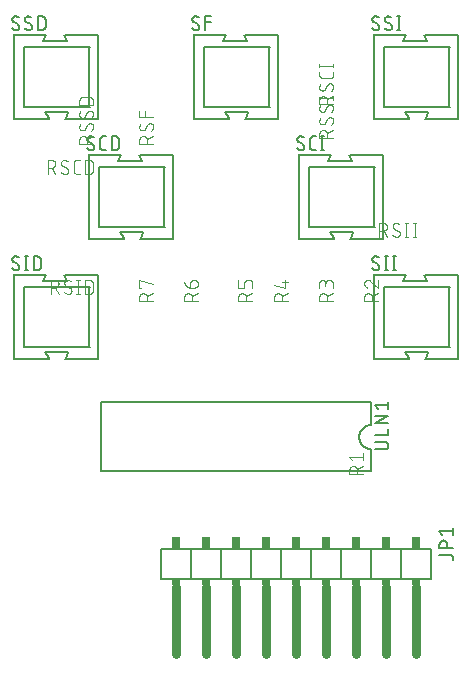
<source format=gbr>
G04 EAGLE Gerber RS-274X export*
G75*
%MOMM*%
%FSLAX34Y34*%
%LPD*%
%INSilkscreen Top*%
%IPPOS*%
%AMOC8*
5,1,8,0,0,1.08239X$1,22.5*%
G01*
%ADD10C,0.152400*%
%ADD11C,0.762000*%
%ADD12R,0.762000X0.508000*%
%ADD13R,0.762000X1.016000*%
%ADD14C,0.127000*%
%ADD15C,0.101600*%


D10*
X396240Y26670D02*
X370840Y26670D01*
X370840Y1270D01*
X396240Y1270D01*
X396240Y26670D01*
D11*
X383540Y-5080D02*
X383540Y-62230D01*
D10*
X370840Y26670D02*
X345440Y26670D01*
X345440Y1270D01*
X370840Y1270D01*
D11*
X358140Y-5080D02*
X358140Y-62230D01*
D10*
X345440Y26670D02*
X320040Y26670D01*
X320040Y1270D01*
X345440Y1270D01*
D11*
X332740Y-5080D02*
X332740Y-62230D01*
D10*
X320040Y26670D02*
X294640Y26670D01*
X294640Y1270D01*
X320040Y1270D01*
D11*
X307340Y-5080D02*
X307340Y-62230D01*
D10*
X294640Y26670D02*
X269240Y26670D01*
X269240Y1270D01*
X294640Y1270D01*
D11*
X281940Y-5080D02*
X281940Y-62230D01*
D10*
X269240Y26670D02*
X243840Y26670D01*
X243840Y1270D01*
X269240Y1270D01*
D11*
X256540Y-5080D02*
X256540Y-62230D01*
D10*
X243840Y26670D02*
X218440Y26670D01*
X218440Y1270D01*
X243840Y1270D01*
D11*
X231140Y-5080D02*
X231140Y-62230D01*
D10*
X218440Y26670D02*
X193040Y26670D01*
X193040Y1270D01*
X218440Y1270D01*
D11*
X205740Y-5080D02*
X205740Y-62230D01*
D10*
X193040Y26670D02*
X167640Y26670D01*
X167640Y1270D01*
X193040Y1270D01*
D11*
X180340Y-5080D02*
X180340Y-62230D01*
D12*
X383540Y-1270D03*
X358140Y-1270D03*
X332740Y-1270D03*
X307340Y-1270D03*
X281940Y-1270D03*
X256540Y-1270D03*
X231140Y-1270D03*
X205740Y-1270D03*
X180340Y-1270D03*
D13*
X383540Y31750D03*
X358140Y31750D03*
X332740Y31750D03*
X307340Y31750D03*
X281940Y31750D03*
X256540Y31750D03*
X231140Y31750D03*
X205740Y31750D03*
X180340Y31750D03*
D14*
X403225Y21896D02*
X412115Y21896D01*
X412215Y21894D01*
X412314Y21888D01*
X412414Y21878D01*
X412512Y21865D01*
X412611Y21847D01*
X412708Y21826D01*
X412804Y21801D01*
X412900Y21772D01*
X412994Y21739D01*
X413087Y21703D01*
X413178Y21663D01*
X413268Y21619D01*
X413356Y21572D01*
X413442Y21522D01*
X413526Y21468D01*
X413608Y21411D01*
X413687Y21351D01*
X413765Y21287D01*
X413839Y21221D01*
X413911Y21152D01*
X413980Y21080D01*
X414046Y21006D01*
X414110Y20928D01*
X414170Y20849D01*
X414227Y20767D01*
X414281Y20683D01*
X414331Y20597D01*
X414378Y20509D01*
X414422Y20419D01*
X414462Y20328D01*
X414498Y20235D01*
X414531Y20141D01*
X414560Y20045D01*
X414585Y19949D01*
X414606Y19852D01*
X414624Y19753D01*
X414637Y19655D01*
X414647Y19555D01*
X414653Y19456D01*
X414655Y19356D01*
X414655Y18086D01*
X414655Y27877D02*
X403225Y27877D01*
X403225Y31052D01*
X403227Y31163D01*
X403233Y31273D01*
X403242Y31384D01*
X403256Y31494D01*
X403273Y31603D01*
X403294Y31712D01*
X403319Y31820D01*
X403348Y31927D01*
X403380Y32033D01*
X403416Y32138D01*
X403456Y32241D01*
X403499Y32343D01*
X403546Y32444D01*
X403597Y32543D01*
X403650Y32639D01*
X403707Y32734D01*
X403768Y32827D01*
X403831Y32918D01*
X403898Y33007D01*
X403968Y33093D01*
X404041Y33176D01*
X404116Y33258D01*
X404194Y33336D01*
X404276Y33411D01*
X404359Y33484D01*
X404445Y33554D01*
X404534Y33621D01*
X404625Y33684D01*
X404718Y33745D01*
X404813Y33802D01*
X404909Y33855D01*
X405008Y33906D01*
X405109Y33953D01*
X405211Y33996D01*
X405314Y34036D01*
X405419Y34072D01*
X405525Y34104D01*
X405632Y34133D01*
X405740Y34158D01*
X405849Y34179D01*
X405958Y34196D01*
X406068Y34210D01*
X406179Y34219D01*
X406289Y34225D01*
X406400Y34227D01*
X406511Y34225D01*
X406621Y34219D01*
X406732Y34210D01*
X406842Y34196D01*
X406951Y34179D01*
X407060Y34158D01*
X407168Y34133D01*
X407275Y34104D01*
X407381Y34072D01*
X407486Y34036D01*
X407589Y33996D01*
X407691Y33953D01*
X407792Y33906D01*
X407891Y33855D01*
X407988Y33802D01*
X408082Y33745D01*
X408175Y33684D01*
X408266Y33621D01*
X408355Y33554D01*
X408441Y33484D01*
X408524Y33411D01*
X408606Y33336D01*
X408684Y33258D01*
X408759Y33176D01*
X408832Y33093D01*
X408902Y33007D01*
X408969Y32918D01*
X409032Y32827D01*
X409093Y32734D01*
X409150Y32640D01*
X409203Y32543D01*
X409254Y32444D01*
X409301Y32343D01*
X409344Y32241D01*
X409384Y32138D01*
X409420Y32033D01*
X409452Y31927D01*
X409481Y31820D01*
X409506Y31712D01*
X409527Y31603D01*
X409544Y31494D01*
X409558Y31384D01*
X409567Y31273D01*
X409573Y31163D01*
X409575Y31052D01*
X409575Y27877D01*
X405765Y38735D02*
X403225Y41910D01*
X414655Y41910D01*
X414655Y38735D02*
X414655Y45085D01*
D15*
X338582Y90678D02*
X326898Y90678D01*
X326898Y93924D01*
X326900Y94037D01*
X326906Y94150D01*
X326916Y94263D01*
X326930Y94376D01*
X326947Y94488D01*
X326969Y94599D01*
X326994Y94709D01*
X327024Y94819D01*
X327057Y94927D01*
X327094Y95034D01*
X327134Y95140D01*
X327179Y95244D01*
X327227Y95347D01*
X327278Y95448D01*
X327333Y95547D01*
X327391Y95644D01*
X327453Y95739D01*
X327518Y95832D01*
X327586Y95922D01*
X327657Y96010D01*
X327732Y96096D01*
X327809Y96179D01*
X327889Y96259D01*
X327972Y96336D01*
X328058Y96411D01*
X328146Y96482D01*
X328236Y96550D01*
X328329Y96615D01*
X328424Y96677D01*
X328521Y96735D01*
X328620Y96790D01*
X328721Y96841D01*
X328824Y96889D01*
X328928Y96934D01*
X329034Y96974D01*
X329141Y97011D01*
X329249Y97044D01*
X329359Y97074D01*
X329469Y97099D01*
X329580Y97121D01*
X329692Y97138D01*
X329805Y97152D01*
X329918Y97162D01*
X330031Y97168D01*
X330144Y97170D01*
X330257Y97168D01*
X330370Y97162D01*
X330483Y97152D01*
X330596Y97138D01*
X330708Y97121D01*
X330819Y97099D01*
X330929Y97074D01*
X331039Y97044D01*
X331147Y97011D01*
X331254Y96974D01*
X331360Y96934D01*
X331464Y96889D01*
X331567Y96841D01*
X331668Y96790D01*
X331767Y96735D01*
X331864Y96677D01*
X331959Y96615D01*
X332052Y96550D01*
X332142Y96482D01*
X332230Y96411D01*
X332316Y96336D01*
X332399Y96259D01*
X332479Y96179D01*
X332556Y96096D01*
X332631Y96010D01*
X332702Y95922D01*
X332770Y95832D01*
X332835Y95739D01*
X332897Y95644D01*
X332955Y95547D01*
X333010Y95448D01*
X333061Y95347D01*
X333109Y95244D01*
X333154Y95140D01*
X333194Y95034D01*
X333231Y94927D01*
X333264Y94819D01*
X333294Y94709D01*
X333319Y94599D01*
X333341Y94488D01*
X333358Y94376D01*
X333372Y94263D01*
X333382Y94150D01*
X333388Y94037D01*
X333390Y93924D01*
X333389Y93924D02*
X333389Y90678D01*
X333389Y94573D02*
X338582Y97169D01*
X329494Y102034D02*
X326898Y105280D01*
X338582Y105280D01*
X338582Y108525D02*
X338582Y102034D01*
X339598Y236915D02*
X351282Y236915D01*
X339598Y236915D02*
X339598Y240160D01*
X339600Y240273D01*
X339606Y240386D01*
X339616Y240499D01*
X339630Y240612D01*
X339647Y240724D01*
X339669Y240835D01*
X339694Y240945D01*
X339724Y241055D01*
X339757Y241163D01*
X339794Y241270D01*
X339834Y241376D01*
X339879Y241480D01*
X339927Y241583D01*
X339978Y241684D01*
X340033Y241783D01*
X340091Y241880D01*
X340153Y241975D01*
X340218Y242068D01*
X340286Y242158D01*
X340357Y242246D01*
X340432Y242332D01*
X340509Y242415D01*
X340589Y242495D01*
X340672Y242572D01*
X340758Y242647D01*
X340846Y242718D01*
X340936Y242786D01*
X341029Y242851D01*
X341124Y242913D01*
X341221Y242971D01*
X341320Y243026D01*
X341421Y243077D01*
X341524Y243125D01*
X341628Y243170D01*
X341734Y243210D01*
X341841Y243247D01*
X341949Y243280D01*
X342059Y243310D01*
X342169Y243335D01*
X342280Y243357D01*
X342392Y243374D01*
X342505Y243388D01*
X342618Y243398D01*
X342731Y243404D01*
X342844Y243406D01*
X342957Y243404D01*
X343070Y243398D01*
X343183Y243388D01*
X343296Y243374D01*
X343408Y243357D01*
X343519Y243335D01*
X343629Y243310D01*
X343739Y243280D01*
X343847Y243247D01*
X343954Y243210D01*
X344060Y243170D01*
X344164Y243125D01*
X344267Y243077D01*
X344368Y243026D01*
X344467Y242971D01*
X344564Y242913D01*
X344659Y242851D01*
X344752Y242786D01*
X344842Y242718D01*
X344930Y242647D01*
X345016Y242572D01*
X345099Y242495D01*
X345179Y242415D01*
X345256Y242332D01*
X345331Y242246D01*
X345402Y242158D01*
X345470Y242068D01*
X345535Y241975D01*
X345597Y241880D01*
X345655Y241783D01*
X345710Y241684D01*
X345761Y241583D01*
X345809Y241480D01*
X345854Y241376D01*
X345894Y241270D01*
X345931Y241163D01*
X345964Y241055D01*
X345994Y240945D01*
X346019Y240835D01*
X346041Y240724D01*
X346058Y240612D01*
X346072Y240499D01*
X346082Y240386D01*
X346088Y240273D01*
X346090Y240160D01*
X346089Y240160D02*
X346089Y236915D01*
X346089Y240809D02*
X351282Y243406D01*
X342519Y254762D02*
X342412Y254760D01*
X342306Y254754D01*
X342200Y254744D01*
X342094Y254731D01*
X341988Y254713D01*
X341884Y254692D01*
X341780Y254667D01*
X341677Y254638D01*
X341576Y254606D01*
X341476Y254569D01*
X341377Y254529D01*
X341279Y254486D01*
X341183Y254439D01*
X341089Y254388D01*
X340997Y254334D01*
X340907Y254277D01*
X340819Y254217D01*
X340734Y254153D01*
X340651Y254086D01*
X340570Y254016D01*
X340492Y253944D01*
X340416Y253868D01*
X340344Y253790D01*
X340274Y253709D01*
X340207Y253626D01*
X340143Y253541D01*
X340083Y253453D01*
X340026Y253363D01*
X339972Y253271D01*
X339921Y253177D01*
X339874Y253081D01*
X339831Y252983D01*
X339791Y252884D01*
X339754Y252784D01*
X339722Y252683D01*
X339693Y252580D01*
X339668Y252476D01*
X339647Y252372D01*
X339629Y252266D01*
X339616Y252160D01*
X339606Y252054D01*
X339600Y251948D01*
X339598Y251841D01*
X339600Y251720D01*
X339606Y251599D01*
X339616Y251479D01*
X339629Y251358D01*
X339647Y251239D01*
X339668Y251119D01*
X339693Y251001D01*
X339722Y250884D01*
X339755Y250767D01*
X339791Y250652D01*
X339832Y250538D01*
X339875Y250425D01*
X339923Y250313D01*
X339974Y250204D01*
X340029Y250096D01*
X340087Y249989D01*
X340148Y249885D01*
X340213Y249783D01*
X340281Y249683D01*
X340352Y249585D01*
X340426Y249489D01*
X340503Y249396D01*
X340584Y249306D01*
X340667Y249218D01*
X340753Y249133D01*
X340842Y249050D01*
X340933Y248971D01*
X341027Y248894D01*
X341123Y248821D01*
X341221Y248751D01*
X341322Y248684D01*
X341425Y248620D01*
X341530Y248560D01*
X341637Y248502D01*
X341745Y248449D01*
X341855Y248399D01*
X341967Y248353D01*
X342080Y248310D01*
X342195Y248271D01*
X344791Y253788D02*
X344713Y253867D01*
X344633Y253943D01*
X344550Y254016D01*
X344464Y254086D01*
X344377Y254153D01*
X344286Y254217D01*
X344194Y254277D01*
X344100Y254335D01*
X344003Y254389D01*
X343905Y254439D01*
X343805Y254486D01*
X343704Y254530D01*
X343601Y254570D01*
X343496Y254606D01*
X343391Y254638D01*
X343284Y254667D01*
X343177Y254692D01*
X343068Y254714D01*
X342959Y254731D01*
X342850Y254745D01*
X342740Y254754D01*
X342629Y254760D01*
X342519Y254762D01*
X344791Y253788D02*
X351282Y248271D01*
X351282Y254762D01*
X313182Y236915D02*
X301498Y236915D01*
X301498Y240160D01*
X301500Y240273D01*
X301506Y240386D01*
X301516Y240499D01*
X301530Y240612D01*
X301547Y240724D01*
X301569Y240835D01*
X301594Y240945D01*
X301624Y241055D01*
X301657Y241163D01*
X301694Y241270D01*
X301734Y241376D01*
X301779Y241480D01*
X301827Y241583D01*
X301878Y241684D01*
X301933Y241783D01*
X301991Y241880D01*
X302053Y241975D01*
X302118Y242068D01*
X302186Y242158D01*
X302257Y242246D01*
X302332Y242332D01*
X302409Y242415D01*
X302489Y242495D01*
X302572Y242572D01*
X302658Y242647D01*
X302746Y242718D01*
X302836Y242786D01*
X302929Y242851D01*
X303024Y242913D01*
X303121Y242971D01*
X303220Y243026D01*
X303321Y243077D01*
X303424Y243125D01*
X303528Y243170D01*
X303634Y243210D01*
X303741Y243247D01*
X303849Y243280D01*
X303959Y243310D01*
X304069Y243335D01*
X304180Y243357D01*
X304292Y243374D01*
X304405Y243388D01*
X304518Y243398D01*
X304631Y243404D01*
X304744Y243406D01*
X304857Y243404D01*
X304970Y243398D01*
X305083Y243388D01*
X305196Y243374D01*
X305308Y243357D01*
X305419Y243335D01*
X305529Y243310D01*
X305639Y243280D01*
X305747Y243247D01*
X305854Y243210D01*
X305960Y243170D01*
X306064Y243125D01*
X306167Y243077D01*
X306268Y243026D01*
X306367Y242971D01*
X306464Y242913D01*
X306559Y242851D01*
X306652Y242786D01*
X306742Y242718D01*
X306830Y242647D01*
X306916Y242572D01*
X306999Y242495D01*
X307079Y242415D01*
X307156Y242332D01*
X307231Y242246D01*
X307302Y242158D01*
X307370Y242068D01*
X307435Y241975D01*
X307497Y241880D01*
X307555Y241783D01*
X307610Y241684D01*
X307661Y241583D01*
X307709Y241480D01*
X307754Y241376D01*
X307794Y241270D01*
X307831Y241163D01*
X307864Y241055D01*
X307894Y240945D01*
X307919Y240835D01*
X307941Y240724D01*
X307958Y240612D01*
X307972Y240499D01*
X307982Y240386D01*
X307988Y240273D01*
X307990Y240160D01*
X307989Y240160D02*
X307989Y236915D01*
X307989Y240809D02*
X313182Y243406D01*
X313182Y248271D02*
X313182Y251516D01*
X313180Y251629D01*
X313174Y251742D01*
X313164Y251855D01*
X313150Y251968D01*
X313133Y252080D01*
X313111Y252191D01*
X313086Y252301D01*
X313056Y252411D01*
X313023Y252519D01*
X312986Y252626D01*
X312946Y252732D01*
X312901Y252836D01*
X312853Y252939D01*
X312802Y253040D01*
X312747Y253139D01*
X312689Y253236D01*
X312627Y253331D01*
X312562Y253424D01*
X312494Y253514D01*
X312423Y253602D01*
X312348Y253688D01*
X312271Y253771D01*
X312191Y253851D01*
X312108Y253928D01*
X312022Y254003D01*
X311934Y254074D01*
X311844Y254142D01*
X311751Y254207D01*
X311656Y254269D01*
X311559Y254327D01*
X311460Y254382D01*
X311359Y254433D01*
X311256Y254481D01*
X311152Y254526D01*
X311046Y254566D01*
X310939Y254603D01*
X310831Y254636D01*
X310721Y254666D01*
X310611Y254691D01*
X310500Y254713D01*
X310388Y254730D01*
X310275Y254744D01*
X310162Y254754D01*
X310049Y254760D01*
X309936Y254762D01*
X309823Y254760D01*
X309710Y254754D01*
X309597Y254744D01*
X309484Y254730D01*
X309372Y254713D01*
X309261Y254691D01*
X309151Y254666D01*
X309041Y254636D01*
X308933Y254603D01*
X308826Y254566D01*
X308720Y254526D01*
X308616Y254481D01*
X308513Y254433D01*
X308412Y254382D01*
X308313Y254327D01*
X308216Y254269D01*
X308121Y254207D01*
X308028Y254142D01*
X307938Y254074D01*
X307850Y254003D01*
X307764Y253928D01*
X307681Y253851D01*
X307601Y253771D01*
X307524Y253688D01*
X307449Y253602D01*
X307378Y253514D01*
X307310Y253424D01*
X307245Y253331D01*
X307183Y253236D01*
X307125Y253139D01*
X307070Y253040D01*
X307019Y252939D01*
X306971Y252836D01*
X306926Y252732D01*
X306886Y252626D01*
X306849Y252519D01*
X306816Y252411D01*
X306786Y252301D01*
X306761Y252191D01*
X306739Y252080D01*
X306722Y251968D01*
X306708Y251855D01*
X306698Y251742D01*
X306692Y251629D01*
X306690Y251516D01*
X301498Y252166D02*
X301498Y248271D01*
X301498Y252166D02*
X301500Y252267D01*
X301506Y252367D01*
X301516Y252467D01*
X301529Y252567D01*
X301547Y252666D01*
X301568Y252765D01*
X301593Y252862D01*
X301622Y252959D01*
X301655Y253054D01*
X301691Y253148D01*
X301731Y253240D01*
X301774Y253331D01*
X301821Y253420D01*
X301871Y253507D01*
X301925Y253593D01*
X301982Y253676D01*
X302042Y253756D01*
X302105Y253835D01*
X302172Y253911D01*
X302241Y253984D01*
X302313Y254054D01*
X302387Y254122D01*
X302464Y254187D01*
X302544Y254248D01*
X302626Y254307D01*
X302710Y254362D01*
X302796Y254414D01*
X302884Y254463D01*
X302974Y254508D01*
X303066Y254550D01*
X303159Y254588D01*
X303254Y254622D01*
X303349Y254653D01*
X303446Y254680D01*
X303544Y254703D01*
X303643Y254723D01*
X303743Y254738D01*
X303843Y254750D01*
X303943Y254758D01*
X304044Y254762D01*
X304144Y254762D01*
X304245Y254758D01*
X304345Y254750D01*
X304445Y254738D01*
X304545Y254723D01*
X304644Y254703D01*
X304742Y254680D01*
X304839Y254653D01*
X304934Y254622D01*
X305029Y254588D01*
X305122Y254550D01*
X305214Y254508D01*
X305304Y254463D01*
X305392Y254414D01*
X305478Y254362D01*
X305562Y254307D01*
X305644Y254248D01*
X305724Y254187D01*
X305801Y254122D01*
X305875Y254054D01*
X305947Y253984D01*
X306016Y253911D01*
X306083Y253835D01*
X306146Y253756D01*
X306206Y253676D01*
X306263Y253593D01*
X306317Y253507D01*
X306367Y253420D01*
X306414Y253331D01*
X306457Y253240D01*
X306497Y253148D01*
X306533Y253054D01*
X306566Y252959D01*
X306595Y252862D01*
X306620Y252765D01*
X306641Y252666D01*
X306659Y252567D01*
X306672Y252467D01*
X306682Y252367D01*
X306688Y252267D01*
X306690Y252166D01*
X306691Y252166D02*
X306691Y249569D01*
X275082Y236915D02*
X263398Y236915D01*
X263398Y240160D01*
X263400Y240273D01*
X263406Y240386D01*
X263416Y240499D01*
X263430Y240612D01*
X263447Y240724D01*
X263469Y240835D01*
X263494Y240945D01*
X263524Y241055D01*
X263557Y241163D01*
X263594Y241270D01*
X263634Y241376D01*
X263679Y241480D01*
X263727Y241583D01*
X263778Y241684D01*
X263833Y241783D01*
X263891Y241880D01*
X263953Y241975D01*
X264018Y242068D01*
X264086Y242158D01*
X264157Y242246D01*
X264232Y242332D01*
X264309Y242415D01*
X264389Y242495D01*
X264472Y242572D01*
X264558Y242647D01*
X264646Y242718D01*
X264736Y242786D01*
X264829Y242851D01*
X264924Y242913D01*
X265021Y242971D01*
X265120Y243026D01*
X265221Y243077D01*
X265324Y243125D01*
X265428Y243170D01*
X265534Y243210D01*
X265641Y243247D01*
X265749Y243280D01*
X265859Y243310D01*
X265969Y243335D01*
X266080Y243357D01*
X266192Y243374D01*
X266305Y243388D01*
X266418Y243398D01*
X266531Y243404D01*
X266644Y243406D01*
X266757Y243404D01*
X266870Y243398D01*
X266983Y243388D01*
X267096Y243374D01*
X267208Y243357D01*
X267319Y243335D01*
X267429Y243310D01*
X267539Y243280D01*
X267647Y243247D01*
X267754Y243210D01*
X267860Y243170D01*
X267964Y243125D01*
X268067Y243077D01*
X268168Y243026D01*
X268267Y242971D01*
X268364Y242913D01*
X268459Y242851D01*
X268552Y242786D01*
X268642Y242718D01*
X268730Y242647D01*
X268816Y242572D01*
X268899Y242495D01*
X268979Y242415D01*
X269056Y242332D01*
X269131Y242246D01*
X269202Y242158D01*
X269270Y242068D01*
X269335Y241975D01*
X269397Y241880D01*
X269455Y241783D01*
X269510Y241684D01*
X269561Y241583D01*
X269609Y241480D01*
X269654Y241376D01*
X269694Y241270D01*
X269731Y241163D01*
X269764Y241055D01*
X269794Y240945D01*
X269819Y240835D01*
X269841Y240724D01*
X269858Y240612D01*
X269872Y240499D01*
X269882Y240386D01*
X269888Y240273D01*
X269890Y240160D01*
X269889Y240160D02*
X269889Y236915D01*
X269889Y240809D02*
X275082Y243406D01*
X272486Y248271D02*
X263398Y250867D01*
X272486Y248271D02*
X272486Y254762D01*
X269889Y252815D02*
X275082Y252815D01*
X244602Y236915D02*
X232918Y236915D01*
X232918Y240160D01*
X232920Y240273D01*
X232926Y240386D01*
X232936Y240499D01*
X232950Y240612D01*
X232967Y240724D01*
X232989Y240835D01*
X233014Y240945D01*
X233044Y241055D01*
X233077Y241163D01*
X233114Y241270D01*
X233154Y241376D01*
X233199Y241480D01*
X233247Y241583D01*
X233298Y241684D01*
X233353Y241783D01*
X233411Y241880D01*
X233473Y241975D01*
X233538Y242068D01*
X233606Y242158D01*
X233677Y242246D01*
X233752Y242332D01*
X233829Y242415D01*
X233909Y242495D01*
X233992Y242572D01*
X234078Y242647D01*
X234166Y242718D01*
X234256Y242786D01*
X234349Y242851D01*
X234444Y242913D01*
X234541Y242971D01*
X234640Y243026D01*
X234741Y243077D01*
X234844Y243125D01*
X234948Y243170D01*
X235054Y243210D01*
X235161Y243247D01*
X235269Y243280D01*
X235379Y243310D01*
X235489Y243335D01*
X235600Y243357D01*
X235712Y243374D01*
X235825Y243388D01*
X235938Y243398D01*
X236051Y243404D01*
X236164Y243406D01*
X236277Y243404D01*
X236390Y243398D01*
X236503Y243388D01*
X236616Y243374D01*
X236728Y243357D01*
X236839Y243335D01*
X236949Y243310D01*
X237059Y243280D01*
X237167Y243247D01*
X237274Y243210D01*
X237380Y243170D01*
X237484Y243125D01*
X237587Y243077D01*
X237688Y243026D01*
X237787Y242971D01*
X237884Y242913D01*
X237979Y242851D01*
X238072Y242786D01*
X238162Y242718D01*
X238250Y242647D01*
X238336Y242572D01*
X238419Y242495D01*
X238499Y242415D01*
X238576Y242332D01*
X238651Y242246D01*
X238722Y242158D01*
X238790Y242068D01*
X238855Y241975D01*
X238917Y241880D01*
X238975Y241783D01*
X239030Y241684D01*
X239081Y241583D01*
X239129Y241480D01*
X239174Y241376D01*
X239214Y241270D01*
X239251Y241163D01*
X239284Y241055D01*
X239314Y240945D01*
X239339Y240835D01*
X239361Y240724D01*
X239378Y240612D01*
X239392Y240499D01*
X239402Y240386D01*
X239408Y240273D01*
X239410Y240160D01*
X239409Y240160D02*
X239409Y236915D01*
X239409Y240809D02*
X244602Y243406D01*
X244602Y248271D02*
X244602Y252166D01*
X244600Y252265D01*
X244594Y252365D01*
X244585Y252464D01*
X244572Y252562D01*
X244555Y252660D01*
X244534Y252758D01*
X244509Y252854D01*
X244481Y252949D01*
X244449Y253043D01*
X244414Y253136D01*
X244375Y253228D01*
X244332Y253318D01*
X244287Y253406D01*
X244237Y253493D01*
X244185Y253577D01*
X244129Y253660D01*
X244071Y253740D01*
X244009Y253818D01*
X243944Y253893D01*
X243876Y253966D01*
X243806Y254036D01*
X243733Y254104D01*
X243658Y254169D01*
X243580Y254231D01*
X243500Y254289D01*
X243417Y254345D01*
X243333Y254397D01*
X243246Y254447D01*
X243158Y254492D01*
X243068Y254535D01*
X242976Y254574D01*
X242883Y254609D01*
X242789Y254641D01*
X242694Y254669D01*
X242598Y254694D01*
X242500Y254715D01*
X242402Y254732D01*
X242304Y254745D01*
X242205Y254754D01*
X242105Y254760D01*
X242006Y254762D01*
X240707Y254762D01*
X240608Y254760D01*
X240508Y254754D01*
X240409Y254745D01*
X240311Y254732D01*
X240213Y254715D01*
X240115Y254694D01*
X240019Y254669D01*
X239924Y254641D01*
X239830Y254609D01*
X239737Y254574D01*
X239645Y254535D01*
X239555Y254492D01*
X239467Y254447D01*
X239380Y254397D01*
X239296Y254345D01*
X239213Y254289D01*
X239133Y254231D01*
X239055Y254169D01*
X238980Y254104D01*
X238907Y254036D01*
X238837Y253966D01*
X238769Y253893D01*
X238704Y253818D01*
X238642Y253740D01*
X238584Y253660D01*
X238528Y253577D01*
X238476Y253493D01*
X238426Y253406D01*
X238381Y253318D01*
X238338Y253228D01*
X238299Y253136D01*
X238264Y253043D01*
X238232Y252949D01*
X238204Y252854D01*
X238179Y252758D01*
X238158Y252660D01*
X238141Y252562D01*
X238128Y252464D01*
X238119Y252365D01*
X238113Y252265D01*
X238111Y252166D01*
X238111Y248271D01*
X232918Y248271D01*
X232918Y254762D01*
X198882Y236915D02*
X187198Y236915D01*
X187198Y240160D01*
X187200Y240273D01*
X187206Y240386D01*
X187216Y240499D01*
X187230Y240612D01*
X187247Y240724D01*
X187269Y240835D01*
X187294Y240945D01*
X187324Y241055D01*
X187357Y241163D01*
X187394Y241270D01*
X187434Y241376D01*
X187479Y241480D01*
X187527Y241583D01*
X187578Y241684D01*
X187633Y241783D01*
X187691Y241880D01*
X187753Y241975D01*
X187818Y242068D01*
X187886Y242158D01*
X187957Y242246D01*
X188032Y242332D01*
X188109Y242415D01*
X188189Y242495D01*
X188272Y242572D01*
X188358Y242647D01*
X188446Y242718D01*
X188536Y242786D01*
X188629Y242851D01*
X188724Y242913D01*
X188821Y242971D01*
X188920Y243026D01*
X189021Y243077D01*
X189124Y243125D01*
X189228Y243170D01*
X189334Y243210D01*
X189441Y243247D01*
X189549Y243280D01*
X189659Y243310D01*
X189769Y243335D01*
X189880Y243357D01*
X189992Y243374D01*
X190105Y243388D01*
X190218Y243398D01*
X190331Y243404D01*
X190444Y243406D01*
X190557Y243404D01*
X190670Y243398D01*
X190783Y243388D01*
X190896Y243374D01*
X191008Y243357D01*
X191119Y243335D01*
X191229Y243310D01*
X191339Y243280D01*
X191447Y243247D01*
X191554Y243210D01*
X191660Y243170D01*
X191764Y243125D01*
X191867Y243077D01*
X191968Y243026D01*
X192067Y242971D01*
X192164Y242913D01*
X192259Y242851D01*
X192352Y242786D01*
X192442Y242718D01*
X192530Y242647D01*
X192616Y242572D01*
X192699Y242495D01*
X192779Y242415D01*
X192856Y242332D01*
X192931Y242246D01*
X193002Y242158D01*
X193070Y242068D01*
X193135Y241975D01*
X193197Y241880D01*
X193255Y241783D01*
X193310Y241684D01*
X193361Y241583D01*
X193409Y241480D01*
X193454Y241376D01*
X193494Y241270D01*
X193531Y241163D01*
X193564Y241055D01*
X193594Y240945D01*
X193619Y240835D01*
X193641Y240724D01*
X193658Y240612D01*
X193672Y240499D01*
X193682Y240386D01*
X193688Y240273D01*
X193690Y240160D01*
X193689Y240160D02*
X193689Y236915D01*
X193689Y240809D02*
X198882Y243406D01*
X192391Y248271D02*
X192391Y252166D01*
X192393Y252265D01*
X192399Y252365D01*
X192408Y252464D01*
X192421Y252562D01*
X192438Y252660D01*
X192459Y252758D01*
X192484Y252854D01*
X192512Y252949D01*
X192544Y253043D01*
X192579Y253136D01*
X192618Y253228D01*
X192661Y253318D01*
X192706Y253406D01*
X192756Y253493D01*
X192808Y253577D01*
X192864Y253660D01*
X192922Y253740D01*
X192984Y253818D01*
X193049Y253893D01*
X193117Y253966D01*
X193187Y254036D01*
X193260Y254104D01*
X193335Y254169D01*
X193413Y254231D01*
X193493Y254289D01*
X193576Y254345D01*
X193660Y254397D01*
X193747Y254447D01*
X193835Y254492D01*
X193925Y254535D01*
X194017Y254574D01*
X194110Y254609D01*
X194204Y254641D01*
X194299Y254669D01*
X194395Y254694D01*
X194493Y254715D01*
X194591Y254732D01*
X194689Y254745D01*
X194788Y254754D01*
X194888Y254760D01*
X194987Y254762D01*
X195636Y254762D01*
X195749Y254760D01*
X195862Y254754D01*
X195975Y254744D01*
X196088Y254730D01*
X196200Y254713D01*
X196311Y254691D01*
X196421Y254666D01*
X196531Y254636D01*
X196639Y254603D01*
X196746Y254566D01*
X196852Y254526D01*
X196956Y254481D01*
X197059Y254433D01*
X197160Y254382D01*
X197259Y254327D01*
X197356Y254269D01*
X197451Y254207D01*
X197544Y254142D01*
X197634Y254074D01*
X197722Y254003D01*
X197808Y253928D01*
X197891Y253851D01*
X197971Y253771D01*
X198048Y253688D01*
X198123Y253602D01*
X198194Y253514D01*
X198262Y253424D01*
X198327Y253331D01*
X198389Y253236D01*
X198447Y253139D01*
X198502Y253040D01*
X198553Y252939D01*
X198601Y252836D01*
X198646Y252732D01*
X198686Y252626D01*
X198723Y252519D01*
X198756Y252411D01*
X198786Y252301D01*
X198811Y252191D01*
X198833Y252080D01*
X198850Y251968D01*
X198864Y251855D01*
X198874Y251742D01*
X198880Y251629D01*
X198882Y251516D01*
X198880Y251403D01*
X198874Y251290D01*
X198864Y251177D01*
X198850Y251064D01*
X198833Y250952D01*
X198811Y250841D01*
X198786Y250731D01*
X198756Y250621D01*
X198723Y250513D01*
X198686Y250406D01*
X198646Y250300D01*
X198601Y250196D01*
X198553Y250093D01*
X198502Y249992D01*
X198447Y249893D01*
X198389Y249796D01*
X198327Y249701D01*
X198262Y249608D01*
X198194Y249518D01*
X198123Y249430D01*
X198048Y249344D01*
X197971Y249261D01*
X197891Y249181D01*
X197808Y249104D01*
X197722Y249029D01*
X197634Y248958D01*
X197544Y248890D01*
X197451Y248825D01*
X197356Y248763D01*
X197259Y248705D01*
X197160Y248650D01*
X197059Y248599D01*
X196956Y248551D01*
X196852Y248506D01*
X196746Y248466D01*
X196639Y248429D01*
X196531Y248396D01*
X196421Y248366D01*
X196311Y248341D01*
X196200Y248319D01*
X196088Y248302D01*
X195975Y248288D01*
X195862Y248278D01*
X195749Y248272D01*
X195636Y248270D01*
X195636Y248271D02*
X192391Y248271D01*
X192248Y248273D01*
X192105Y248279D01*
X191962Y248289D01*
X191820Y248303D01*
X191678Y248320D01*
X191536Y248342D01*
X191395Y248367D01*
X191255Y248397D01*
X191116Y248430D01*
X190978Y248467D01*
X190841Y248508D01*
X190705Y248552D01*
X190570Y248601D01*
X190437Y248653D01*
X190305Y248708D01*
X190175Y248768D01*
X190046Y248831D01*
X189919Y248897D01*
X189795Y248967D01*
X189672Y249040D01*
X189551Y249117D01*
X189432Y249196D01*
X189316Y249280D01*
X189201Y249366D01*
X189090Y249455D01*
X188981Y249548D01*
X188874Y249643D01*
X188770Y249742D01*
X188669Y249843D01*
X188570Y249947D01*
X188475Y250053D01*
X188382Y250163D01*
X188293Y250274D01*
X188207Y250388D01*
X188124Y250505D01*
X188044Y250624D01*
X187967Y250745D01*
X187894Y250867D01*
X187824Y250992D01*
X187758Y251119D01*
X187695Y251248D01*
X187635Y251378D01*
X187580Y251510D01*
X187528Y251643D01*
X187479Y251778D01*
X187435Y251914D01*
X187394Y252051D01*
X187357Y252189D01*
X187324Y252328D01*
X187294Y252468D01*
X187269Y252609D01*
X187247Y252751D01*
X187230Y252893D01*
X187216Y253035D01*
X187206Y253178D01*
X187200Y253321D01*
X187198Y253464D01*
X160782Y236915D02*
X149098Y236915D01*
X149098Y240160D01*
X149100Y240273D01*
X149106Y240386D01*
X149116Y240499D01*
X149130Y240612D01*
X149147Y240724D01*
X149169Y240835D01*
X149194Y240945D01*
X149224Y241055D01*
X149257Y241163D01*
X149294Y241270D01*
X149334Y241376D01*
X149379Y241480D01*
X149427Y241583D01*
X149478Y241684D01*
X149533Y241783D01*
X149591Y241880D01*
X149653Y241975D01*
X149718Y242068D01*
X149786Y242158D01*
X149857Y242246D01*
X149932Y242332D01*
X150009Y242415D01*
X150089Y242495D01*
X150172Y242572D01*
X150258Y242647D01*
X150346Y242718D01*
X150436Y242786D01*
X150529Y242851D01*
X150624Y242913D01*
X150721Y242971D01*
X150820Y243026D01*
X150921Y243077D01*
X151024Y243125D01*
X151128Y243170D01*
X151234Y243210D01*
X151341Y243247D01*
X151449Y243280D01*
X151559Y243310D01*
X151669Y243335D01*
X151780Y243357D01*
X151892Y243374D01*
X152005Y243388D01*
X152118Y243398D01*
X152231Y243404D01*
X152344Y243406D01*
X152457Y243404D01*
X152570Y243398D01*
X152683Y243388D01*
X152796Y243374D01*
X152908Y243357D01*
X153019Y243335D01*
X153129Y243310D01*
X153239Y243280D01*
X153347Y243247D01*
X153454Y243210D01*
X153560Y243170D01*
X153664Y243125D01*
X153767Y243077D01*
X153868Y243026D01*
X153967Y242971D01*
X154064Y242913D01*
X154159Y242851D01*
X154252Y242786D01*
X154342Y242718D01*
X154430Y242647D01*
X154516Y242572D01*
X154599Y242495D01*
X154679Y242415D01*
X154756Y242332D01*
X154831Y242246D01*
X154902Y242158D01*
X154970Y242068D01*
X155035Y241975D01*
X155097Y241880D01*
X155155Y241783D01*
X155210Y241684D01*
X155261Y241583D01*
X155309Y241480D01*
X155354Y241376D01*
X155394Y241270D01*
X155431Y241163D01*
X155464Y241055D01*
X155494Y240945D01*
X155519Y240835D01*
X155541Y240724D01*
X155558Y240612D01*
X155572Y240499D01*
X155582Y240386D01*
X155588Y240273D01*
X155590Y240160D01*
X155589Y240160D02*
X155589Y236915D01*
X155589Y240809D02*
X160782Y243406D01*
X150396Y248271D02*
X149098Y248271D01*
X149098Y254762D01*
X160782Y251516D01*
X71561Y344678D02*
X71561Y356362D01*
X74806Y356362D01*
X74919Y356360D01*
X75032Y356354D01*
X75145Y356344D01*
X75258Y356330D01*
X75370Y356313D01*
X75481Y356291D01*
X75591Y356266D01*
X75701Y356236D01*
X75809Y356203D01*
X75916Y356166D01*
X76022Y356126D01*
X76126Y356081D01*
X76229Y356033D01*
X76330Y355982D01*
X76429Y355927D01*
X76526Y355869D01*
X76621Y355807D01*
X76714Y355742D01*
X76804Y355674D01*
X76892Y355603D01*
X76978Y355528D01*
X77061Y355451D01*
X77141Y355371D01*
X77218Y355288D01*
X77293Y355202D01*
X77364Y355114D01*
X77432Y355024D01*
X77497Y354931D01*
X77559Y354836D01*
X77617Y354739D01*
X77672Y354640D01*
X77723Y354539D01*
X77771Y354436D01*
X77816Y354332D01*
X77856Y354226D01*
X77893Y354119D01*
X77926Y354011D01*
X77956Y353901D01*
X77981Y353791D01*
X78003Y353680D01*
X78020Y353568D01*
X78034Y353455D01*
X78044Y353342D01*
X78050Y353229D01*
X78052Y353116D01*
X78050Y353003D01*
X78044Y352890D01*
X78034Y352777D01*
X78020Y352664D01*
X78003Y352552D01*
X77981Y352441D01*
X77956Y352331D01*
X77926Y352221D01*
X77893Y352113D01*
X77856Y352006D01*
X77816Y351900D01*
X77771Y351796D01*
X77723Y351693D01*
X77672Y351592D01*
X77617Y351493D01*
X77559Y351396D01*
X77497Y351301D01*
X77432Y351208D01*
X77364Y351118D01*
X77293Y351030D01*
X77218Y350944D01*
X77141Y350861D01*
X77061Y350781D01*
X76978Y350704D01*
X76892Y350629D01*
X76804Y350558D01*
X76714Y350490D01*
X76621Y350425D01*
X76526Y350363D01*
X76429Y350305D01*
X76330Y350250D01*
X76229Y350199D01*
X76126Y350151D01*
X76022Y350106D01*
X75916Y350066D01*
X75809Y350029D01*
X75701Y349996D01*
X75591Y349966D01*
X75481Y349941D01*
X75370Y349919D01*
X75258Y349902D01*
X75145Y349888D01*
X75032Y349878D01*
X74919Y349872D01*
X74806Y349870D01*
X74806Y349871D02*
X71561Y349871D01*
X75455Y349871D02*
X78052Y344678D01*
X86431Y344678D02*
X86530Y344680D01*
X86630Y344686D01*
X86729Y344695D01*
X86827Y344708D01*
X86925Y344725D01*
X87023Y344746D01*
X87119Y344771D01*
X87214Y344799D01*
X87308Y344831D01*
X87401Y344866D01*
X87493Y344905D01*
X87583Y344948D01*
X87671Y344993D01*
X87758Y345043D01*
X87842Y345095D01*
X87925Y345151D01*
X88005Y345209D01*
X88083Y345271D01*
X88158Y345336D01*
X88231Y345404D01*
X88301Y345474D01*
X88369Y345547D01*
X88434Y345622D01*
X88496Y345700D01*
X88554Y345780D01*
X88610Y345863D01*
X88662Y345947D01*
X88712Y346034D01*
X88757Y346122D01*
X88800Y346212D01*
X88839Y346304D01*
X88874Y346397D01*
X88906Y346491D01*
X88934Y346586D01*
X88959Y346682D01*
X88980Y346780D01*
X88997Y346878D01*
X89010Y346976D01*
X89019Y347075D01*
X89025Y347175D01*
X89027Y347274D01*
X86431Y344678D02*
X86287Y344680D01*
X86142Y344686D01*
X85998Y344695D01*
X85855Y344708D01*
X85711Y344725D01*
X85568Y344746D01*
X85426Y344771D01*
X85285Y344799D01*
X85144Y344831D01*
X85004Y344867D01*
X84865Y344906D01*
X84727Y344949D01*
X84591Y344996D01*
X84455Y345046D01*
X84321Y345100D01*
X84189Y345157D01*
X84058Y345218D01*
X83929Y345282D01*
X83801Y345350D01*
X83675Y345420D01*
X83551Y345495D01*
X83430Y345572D01*
X83310Y345653D01*
X83192Y345736D01*
X83077Y345823D01*
X82964Y345913D01*
X82853Y346006D01*
X82745Y346101D01*
X82639Y346200D01*
X82536Y346301D01*
X82861Y353766D02*
X82863Y353865D01*
X82869Y353965D01*
X82878Y354064D01*
X82891Y354162D01*
X82908Y354260D01*
X82929Y354358D01*
X82954Y354454D01*
X82982Y354549D01*
X83014Y354643D01*
X83049Y354736D01*
X83088Y354828D01*
X83131Y354918D01*
X83176Y355006D01*
X83226Y355093D01*
X83278Y355177D01*
X83334Y355260D01*
X83392Y355340D01*
X83454Y355418D01*
X83519Y355493D01*
X83587Y355566D01*
X83657Y355636D01*
X83730Y355704D01*
X83805Y355769D01*
X83883Y355831D01*
X83963Y355889D01*
X84046Y355945D01*
X84130Y355997D01*
X84217Y356047D01*
X84305Y356092D01*
X84395Y356135D01*
X84487Y356174D01*
X84580Y356209D01*
X84674Y356241D01*
X84769Y356269D01*
X84866Y356294D01*
X84963Y356315D01*
X85061Y356332D01*
X85159Y356345D01*
X85258Y356354D01*
X85358Y356360D01*
X85457Y356362D01*
X85593Y356360D01*
X85729Y356354D01*
X85865Y356345D01*
X86001Y356332D01*
X86136Y356314D01*
X86270Y356294D01*
X86404Y356269D01*
X86538Y356241D01*
X86670Y356208D01*
X86801Y356173D01*
X86932Y356133D01*
X87061Y356090D01*
X87189Y356044D01*
X87315Y355993D01*
X87441Y355940D01*
X87564Y355882D01*
X87686Y355822D01*
X87806Y355758D01*
X87925Y355690D01*
X88041Y355620D01*
X88155Y355546D01*
X88268Y355469D01*
X88378Y355388D01*
X84158Y351494D02*
X84072Y351547D01*
X83988Y351604D01*
X83906Y351663D01*
X83826Y351726D01*
X83749Y351792D01*
X83674Y351860D01*
X83602Y351932D01*
X83533Y352006D01*
X83467Y352083D01*
X83404Y352162D01*
X83344Y352244D01*
X83287Y352328D01*
X83233Y352414D01*
X83183Y352502D01*
X83136Y352592D01*
X83092Y352683D01*
X83053Y352777D01*
X83016Y352871D01*
X82984Y352967D01*
X82955Y353065D01*
X82930Y353163D01*
X82909Y353262D01*
X82891Y353362D01*
X82878Y353462D01*
X82868Y353563D01*
X82862Y353665D01*
X82860Y353766D01*
X87729Y349546D02*
X87815Y349493D01*
X87899Y349436D01*
X87981Y349377D01*
X88061Y349314D01*
X88138Y349248D01*
X88213Y349180D01*
X88285Y349108D01*
X88354Y349034D01*
X88420Y348957D01*
X88483Y348878D01*
X88543Y348796D01*
X88600Y348712D01*
X88654Y348626D01*
X88704Y348538D01*
X88751Y348448D01*
X88795Y348357D01*
X88834Y348263D01*
X88871Y348169D01*
X88903Y348073D01*
X88932Y347975D01*
X88957Y347877D01*
X88978Y347778D01*
X88996Y347678D01*
X89009Y347578D01*
X89019Y347477D01*
X89025Y347375D01*
X89027Y347274D01*
X87729Y349546D02*
X84159Y351494D01*
X96148Y344678D02*
X98745Y344678D01*
X96148Y344678D02*
X96049Y344680D01*
X95949Y344686D01*
X95850Y344695D01*
X95752Y344708D01*
X95654Y344725D01*
X95556Y344746D01*
X95460Y344771D01*
X95365Y344799D01*
X95271Y344831D01*
X95178Y344866D01*
X95086Y344905D01*
X94996Y344948D01*
X94908Y344993D01*
X94821Y345043D01*
X94737Y345095D01*
X94654Y345151D01*
X94574Y345209D01*
X94496Y345271D01*
X94421Y345336D01*
X94348Y345404D01*
X94278Y345474D01*
X94210Y345547D01*
X94145Y345622D01*
X94083Y345700D01*
X94025Y345780D01*
X93969Y345863D01*
X93917Y345947D01*
X93867Y346034D01*
X93822Y346122D01*
X93779Y346212D01*
X93740Y346304D01*
X93705Y346397D01*
X93673Y346491D01*
X93645Y346586D01*
X93620Y346682D01*
X93599Y346780D01*
X93582Y346878D01*
X93569Y346976D01*
X93560Y347075D01*
X93554Y347175D01*
X93552Y347274D01*
X93552Y353766D01*
X93554Y353865D01*
X93560Y353965D01*
X93569Y354064D01*
X93582Y354162D01*
X93599Y354260D01*
X93620Y354358D01*
X93645Y354454D01*
X93673Y354549D01*
X93705Y354643D01*
X93740Y354736D01*
X93779Y354828D01*
X93822Y354918D01*
X93867Y355006D01*
X93917Y355093D01*
X93969Y355177D01*
X94025Y355260D01*
X94083Y355340D01*
X94145Y355418D01*
X94210Y355493D01*
X94278Y355566D01*
X94348Y355636D01*
X94421Y355704D01*
X94496Y355769D01*
X94574Y355831D01*
X94654Y355889D01*
X94737Y355945D01*
X94821Y355997D01*
X94908Y356047D01*
X94996Y356092D01*
X95086Y356135D01*
X95178Y356174D01*
X95270Y356209D01*
X95365Y356241D01*
X95460Y356269D01*
X95556Y356294D01*
X95654Y356315D01*
X95752Y356332D01*
X95850Y356345D01*
X95949Y356354D01*
X96049Y356360D01*
X96148Y356362D01*
X98745Y356362D01*
X103491Y356362D02*
X103491Y344678D01*
X103491Y356362D02*
X106736Y356362D01*
X106849Y356360D01*
X106962Y356354D01*
X107075Y356344D01*
X107188Y356330D01*
X107300Y356313D01*
X107411Y356291D01*
X107521Y356266D01*
X107631Y356236D01*
X107739Y356203D01*
X107846Y356166D01*
X107952Y356126D01*
X108056Y356081D01*
X108159Y356033D01*
X108260Y355982D01*
X108359Y355927D01*
X108456Y355869D01*
X108551Y355807D01*
X108644Y355742D01*
X108734Y355674D01*
X108822Y355603D01*
X108908Y355528D01*
X108991Y355451D01*
X109071Y355371D01*
X109148Y355288D01*
X109223Y355202D01*
X109294Y355114D01*
X109362Y355024D01*
X109427Y354931D01*
X109489Y354836D01*
X109547Y354739D01*
X109602Y354640D01*
X109653Y354539D01*
X109701Y354436D01*
X109746Y354332D01*
X109786Y354226D01*
X109823Y354119D01*
X109856Y354011D01*
X109886Y353901D01*
X109911Y353791D01*
X109933Y353680D01*
X109950Y353568D01*
X109964Y353455D01*
X109974Y353342D01*
X109980Y353229D01*
X109982Y353116D01*
X109982Y347924D01*
X109980Y347811D01*
X109974Y347698D01*
X109964Y347585D01*
X109950Y347472D01*
X109933Y347360D01*
X109911Y347249D01*
X109886Y347139D01*
X109856Y347029D01*
X109823Y346921D01*
X109786Y346814D01*
X109746Y346708D01*
X109701Y346604D01*
X109653Y346501D01*
X109602Y346400D01*
X109547Y346301D01*
X109489Y346204D01*
X109427Y346109D01*
X109362Y346016D01*
X109294Y345926D01*
X109223Y345838D01*
X109148Y345752D01*
X109071Y345669D01*
X108991Y345589D01*
X108908Y345512D01*
X108822Y345437D01*
X108734Y345366D01*
X108644Y345298D01*
X108551Y345233D01*
X108456Y345171D01*
X108359Y345113D01*
X108260Y345058D01*
X108159Y345007D01*
X108056Y344959D01*
X107952Y344914D01*
X107846Y344874D01*
X107739Y344837D01*
X107631Y344804D01*
X107521Y344774D01*
X107411Y344749D01*
X107300Y344727D01*
X107188Y344710D01*
X107075Y344696D01*
X106962Y344686D01*
X106849Y344680D01*
X106736Y344678D01*
X103491Y344678D01*
X301498Y403835D02*
X313182Y403835D01*
X301498Y403835D02*
X301498Y407080D01*
X301500Y407193D01*
X301506Y407306D01*
X301516Y407419D01*
X301530Y407532D01*
X301547Y407644D01*
X301569Y407755D01*
X301594Y407865D01*
X301624Y407975D01*
X301657Y408083D01*
X301694Y408190D01*
X301734Y408296D01*
X301779Y408400D01*
X301827Y408503D01*
X301878Y408604D01*
X301933Y408703D01*
X301991Y408800D01*
X302053Y408895D01*
X302118Y408988D01*
X302186Y409078D01*
X302257Y409166D01*
X302332Y409252D01*
X302409Y409335D01*
X302489Y409415D01*
X302572Y409492D01*
X302658Y409567D01*
X302746Y409638D01*
X302836Y409706D01*
X302929Y409771D01*
X303024Y409833D01*
X303121Y409891D01*
X303220Y409946D01*
X303321Y409997D01*
X303424Y410045D01*
X303528Y410090D01*
X303634Y410130D01*
X303741Y410167D01*
X303849Y410200D01*
X303959Y410230D01*
X304069Y410255D01*
X304180Y410277D01*
X304292Y410294D01*
X304405Y410308D01*
X304518Y410318D01*
X304631Y410324D01*
X304744Y410326D01*
X304857Y410324D01*
X304970Y410318D01*
X305083Y410308D01*
X305196Y410294D01*
X305308Y410277D01*
X305419Y410255D01*
X305529Y410230D01*
X305639Y410200D01*
X305747Y410167D01*
X305854Y410130D01*
X305960Y410090D01*
X306064Y410045D01*
X306167Y409997D01*
X306268Y409946D01*
X306367Y409891D01*
X306464Y409833D01*
X306559Y409771D01*
X306652Y409706D01*
X306742Y409638D01*
X306830Y409567D01*
X306916Y409492D01*
X306999Y409415D01*
X307079Y409335D01*
X307156Y409252D01*
X307231Y409166D01*
X307302Y409078D01*
X307370Y408988D01*
X307435Y408895D01*
X307497Y408800D01*
X307555Y408703D01*
X307610Y408604D01*
X307661Y408503D01*
X307709Y408400D01*
X307754Y408296D01*
X307794Y408190D01*
X307831Y408083D01*
X307864Y407975D01*
X307894Y407865D01*
X307919Y407755D01*
X307941Y407644D01*
X307958Y407532D01*
X307972Y407419D01*
X307982Y407306D01*
X307988Y407193D01*
X307990Y407080D01*
X307989Y407080D02*
X307989Y403835D01*
X307989Y407730D02*
X313182Y410326D01*
X313182Y418705D02*
X313180Y418804D01*
X313174Y418904D01*
X313165Y419003D01*
X313152Y419101D01*
X313135Y419199D01*
X313114Y419297D01*
X313089Y419393D01*
X313061Y419488D01*
X313029Y419582D01*
X312994Y419675D01*
X312955Y419767D01*
X312912Y419857D01*
X312867Y419945D01*
X312817Y420032D01*
X312765Y420116D01*
X312709Y420199D01*
X312651Y420279D01*
X312589Y420357D01*
X312524Y420432D01*
X312456Y420505D01*
X312386Y420575D01*
X312313Y420643D01*
X312238Y420708D01*
X312160Y420770D01*
X312080Y420828D01*
X311997Y420884D01*
X311913Y420936D01*
X311826Y420986D01*
X311738Y421031D01*
X311648Y421074D01*
X311556Y421113D01*
X311463Y421148D01*
X311369Y421180D01*
X311274Y421208D01*
X311178Y421233D01*
X311080Y421254D01*
X310982Y421271D01*
X310884Y421284D01*
X310785Y421293D01*
X310685Y421299D01*
X310586Y421301D01*
X313182Y418705D02*
X313180Y418561D01*
X313174Y418416D01*
X313165Y418272D01*
X313152Y418129D01*
X313135Y417985D01*
X313114Y417842D01*
X313089Y417700D01*
X313061Y417559D01*
X313029Y417418D01*
X312993Y417278D01*
X312954Y417139D01*
X312911Y417001D01*
X312864Y416865D01*
X312814Y416729D01*
X312760Y416595D01*
X312703Y416463D01*
X312642Y416332D01*
X312578Y416203D01*
X312510Y416075D01*
X312440Y415949D01*
X312365Y415825D01*
X312288Y415704D01*
X312207Y415584D01*
X312124Y415466D01*
X312037Y415351D01*
X311947Y415238D01*
X311854Y415127D01*
X311759Y415019D01*
X311660Y414913D01*
X311559Y414810D01*
X304094Y415135D02*
X303995Y415137D01*
X303895Y415143D01*
X303796Y415152D01*
X303698Y415165D01*
X303600Y415182D01*
X303502Y415203D01*
X303406Y415228D01*
X303311Y415256D01*
X303217Y415288D01*
X303124Y415323D01*
X303032Y415362D01*
X302942Y415405D01*
X302854Y415450D01*
X302767Y415500D01*
X302683Y415552D01*
X302600Y415608D01*
X302520Y415666D01*
X302442Y415728D01*
X302367Y415793D01*
X302294Y415861D01*
X302224Y415931D01*
X302156Y416004D01*
X302091Y416079D01*
X302029Y416157D01*
X301971Y416237D01*
X301915Y416320D01*
X301863Y416404D01*
X301813Y416491D01*
X301768Y416579D01*
X301725Y416669D01*
X301686Y416761D01*
X301651Y416854D01*
X301619Y416948D01*
X301591Y417043D01*
X301566Y417139D01*
X301545Y417237D01*
X301528Y417335D01*
X301515Y417433D01*
X301506Y417532D01*
X301500Y417632D01*
X301498Y417731D01*
X301500Y417867D01*
X301506Y418003D01*
X301515Y418139D01*
X301528Y418275D01*
X301546Y418410D01*
X301566Y418544D01*
X301591Y418678D01*
X301619Y418812D01*
X301652Y418944D01*
X301687Y419075D01*
X301727Y419206D01*
X301770Y419335D01*
X301816Y419463D01*
X301867Y419589D01*
X301920Y419715D01*
X301978Y419838D01*
X302038Y419960D01*
X302102Y420080D01*
X302170Y420199D01*
X302240Y420315D01*
X302314Y420429D01*
X302391Y420542D01*
X302472Y420652D01*
X306366Y416433D02*
X306313Y416347D01*
X306256Y416263D01*
X306197Y416181D01*
X306134Y416101D01*
X306068Y416024D01*
X306000Y415949D01*
X305928Y415877D01*
X305854Y415808D01*
X305777Y415742D01*
X305698Y415679D01*
X305616Y415619D01*
X305532Y415562D01*
X305446Y415508D01*
X305358Y415458D01*
X305268Y415411D01*
X305177Y415367D01*
X305083Y415328D01*
X304989Y415291D01*
X304893Y415259D01*
X304795Y415230D01*
X304697Y415205D01*
X304598Y415184D01*
X304498Y415166D01*
X304398Y415153D01*
X304297Y415143D01*
X304195Y415137D01*
X304094Y415135D01*
X308314Y420003D02*
X308367Y420089D01*
X308424Y420173D01*
X308483Y420255D01*
X308546Y420335D01*
X308612Y420412D01*
X308680Y420487D01*
X308752Y420559D01*
X308826Y420628D01*
X308903Y420694D01*
X308982Y420757D01*
X309064Y420817D01*
X309148Y420874D01*
X309234Y420928D01*
X309322Y420978D01*
X309412Y421025D01*
X309503Y421069D01*
X309597Y421108D01*
X309691Y421145D01*
X309787Y421177D01*
X309885Y421206D01*
X309983Y421231D01*
X310082Y421252D01*
X310182Y421270D01*
X310282Y421283D01*
X310383Y421293D01*
X310485Y421299D01*
X310586Y421301D01*
X308314Y420003D02*
X306366Y416433D01*
X313182Y428422D02*
X313182Y431019D01*
X313182Y428422D02*
X313180Y428323D01*
X313174Y428223D01*
X313165Y428124D01*
X313152Y428026D01*
X313135Y427928D01*
X313114Y427830D01*
X313089Y427734D01*
X313061Y427639D01*
X313029Y427545D01*
X312994Y427452D01*
X312955Y427360D01*
X312912Y427270D01*
X312867Y427182D01*
X312817Y427095D01*
X312765Y427011D01*
X312709Y426928D01*
X312651Y426848D01*
X312589Y426770D01*
X312524Y426695D01*
X312456Y426622D01*
X312386Y426552D01*
X312313Y426484D01*
X312238Y426419D01*
X312160Y426357D01*
X312080Y426299D01*
X311997Y426243D01*
X311913Y426191D01*
X311826Y426141D01*
X311738Y426096D01*
X311648Y426053D01*
X311556Y426014D01*
X311463Y425979D01*
X311369Y425947D01*
X311274Y425919D01*
X311178Y425894D01*
X311080Y425873D01*
X310982Y425856D01*
X310884Y425843D01*
X310785Y425834D01*
X310685Y425828D01*
X310586Y425826D01*
X304094Y425826D01*
X303995Y425828D01*
X303895Y425834D01*
X303796Y425843D01*
X303698Y425856D01*
X303600Y425874D01*
X303502Y425894D01*
X303406Y425919D01*
X303310Y425947D01*
X303216Y425979D01*
X303123Y426014D01*
X303032Y426053D01*
X302942Y426096D01*
X302853Y426141D01*
X302767Y426191D01*
X302682Y426243D01*
X302600Y426299D01*
X302520Y426358D01*
X302442Y426419D01*
X302366Y426484D01*
X302293Y426552D01*
X302223Y426622D01*
X302155Y426695D01*
X302090Y426771D01*
X302029Y426849D01*
X301970Y426929D01*
X301914Y427011D01*
X301862Y427096D01*
X301813Y427182D01*
X301767Y427271D01*
X301724Y427361D01*
X301685Y427452D01*
X301650Y427545D01*
X301618Y427639D01*
X301590Y427735D01*
X301565Y427831D01*
X301545Y427929D01*
X301527Y428027D01*
X301514Y428125D01*
X301505Y428224D01*
X301499Y428323D01*
X301497Y428423D01*
X301498Y428422D02*
X301498Y431019D01*
X301498Y436344D02*
X313182Y436344D01*
X313182Y435046D02*
X313182Y437642D01*
X301498Y437642D02*
X301498Y435046D01*
X160782Y370078D02*
X149098Y370078D01*
X149098Y373324D01*
X149100Y373437D01*
X149106Y373550D01*
X149116Y373663D01*
X149130Y373776D01*
X149147Y373888D01*
X149169Y373999D01*
X149194Y374109D01*
X149224Y374219D01*
X149257Y374327D01*
X149294Y374434D01*
X149334Y374540D01*
X149379Y374644D01*
X149427Y374747D01*
X149478Y374848D01*
X149533Y374947D01*
X149591Y375044D01*
X149653Y375139D01*
X149718Y375232D01*
X149786Y375322D01*
X149857Y375410D01*
X149932Y375496D01*
X150009Y375579D01*
X150089Y375659D01*
X150172Y375736D01*
X150258Y375811D01*
X150346Y375882D01*
X150436Y375950D01*
X150529Y376015D01*
X150624Y376077D01*
X150721Y376135D01*
X150820Y376190D01*
X150921Y376241D01*
X151024Y376289D01*
X151128Y376334D01*
X151234Y376374D01*
X151341Y376411D01*
X151449Y376444D01*
X151559Y376474D01*
X151669Y376499D01*
X151780Y376521D01*
X151892Y376538D01*
X152005Y376552D01*
X152118Y376562D01*
X152231Y376568D01*
X152344Y376570D01*
X152457Y376568D01*
X152570Y376562D01*
X152683Y376552D01*
X152796Y376538D01*
X152908Y376521D01*
X153019Y376499D01*
X153129Y376474D01*
X153239Y376444D01*
X153347Y376411D01*
X153454Y376374D01*
X153560Y376334D01*
X153664Y376289D01*
X153767Y376241D01*
X153868Y376190D01*
X153967Y376135D01*
X154064Y376077D01*
X154159Y376015D01*
X154252Y375950D01*
X154342Y375882D01*
X154430Y375811D01*
X154516Y375736D01*
X154599Y375659D01*
X154679Y375579D01*
X154756Y375496D01*
X154831Y375410D01*
X154902Y375322D01*
X154970Y375232D01*
X155035Y375139D01*
X155097Y375044D01*
X155155Y374947D01*
X155210Y374848D01*
X155261Y374747D01*
X155309Y374644D01*
X155354Y374540D01*
X155394Y374434D01*
X155431Y374327D01*
X155464Y374219D01*
X155494Y374109D01*
X155519Y373999D01*
X155541Y373888D01*
X155558Y373776D01*
X155572Y373663D01*
X155582Y373550D01*
X155588Y373437D01*
X155590Y373324D01*
X155589Y373324D02*
X155589Y370078D01*
X155589Y373973D02*
X160782Y376569D01*
X160782Y384948D02*
X160780Y385047D01*
X160774Y385147D01*
X160765Y385246D01*
X160752Y385344D01*
X160735Y385442D01*
X160714Y385540D01*
X160689Y385636D01*
X160661Y385731D01*
X160629Y385825D01*
X160594Y385918D01*
X160555Y386010D01*
X160512Y386100D01*
X160467Y386188D01*
X160417Y386275D01*
X160365Y386359D01*
X160309Y386442D01*
X160251Y386522D01*
X160189Y386600D01*
X160124Y386675D01*
X160056Y386748D01*
X159986Y386818D01*
X159913Y386886D01*
X159838Y386951D01*
X159760Y387013D01*
X159680Y387071D01*
X159597Y387127D01*
X159513Y387179D01*
X159426Y387229D01*
X159338Y387274D01*
X159248Y387317D01*
X159156Y387356D01*
X159063Y387391D01*
X158969Y387423D01*
X158874Y387451D01*
X158778Y387476D01*
X158680Y387497D01*
X158582Y387514D01*
X158484Y387527D01*
X158385Y387536D01*
X158285Y387542D01*
X158186Y387544D01*
X160782Y384948D02*
X160780Y384804D01*
X160774Y384659D01*
X160765Y384515D01*
X160752Y384372D01*
X160735Y384228D01*
X160714Y384085D01*
X160689Y383943D01*
X160661Y383802D01*
X160629Y383661D01*
X160593Y383521D01*
X160554Y383382D01*
X160511Y383244D01*
X160464Y383108D01*
X160414Y382972D01*
X160360Y382838D01*
X160303Y382706D01*
X160242Y382575D01*
X160178Y382446D01*
X160110Y382318D01*
X160040Y382192D01*
X159965Y382068D01*
X159888Y381947D01*
X159807Y381827D01*
X159724Y381709D01*
X159637Y381594D01*
X159547Y381481D01*
X159454Y381370D01*
X159359Y381262D01*
X159260Y381156D01*
X159159Y381053D01*
X151694Y381378D02*
X151595Y381380D01*
X151495Y381386D01*
X151396Y381395D01*
X151298Y381408D01*
X151200Y381425D01*
X151102Y381446D01*
X151006Y381471D01*
X150911Y381499D01*
X150817Y381531D01*
X150724Y381566D01*
X150632Y381605D01*
X150542Y381648D01*
X150454Y381693D01*
X150367Y381743D01*
X150283Y381795D01*
X150200Y381851D01*
X150120Y381909D01*
X150042Y381971D01*
X149967Y382036D01*
X149894Y382104D01*
X149824Y382174D01*
X149756Y382247D01*
X149691Y382322D01*
X149629Y382400D01*
X149571Y382480D01*
X149515Y382563D01*
X149463Y382647D01*
X149413Y382734D01*
X149368Y382822D01*
X149325Y382912D01*
X149286Y383004D01*
X149251Y383097D01*
X149219Y383191D01*
X149191Y383286D01*
X149166Y383382D01*
X149145Y383480D01*
X149128Y383578D01*
X149115Y383676D01*
X149106Y383775D01*
X149100Y383875D01*
X149098Y383974D01*
X149100Y384110D01*
X149106Y384246D01*
X149115Y384382D01*
X149128Y384518D01*
X149146Y384653D01*
X149166Y384787D01*
X149191Y384921D01*
X149219Y385055D01*
X149252Y385187D01*
X149287Y385318D01*
X149327Y385449D01*
X149370Y385578D01*
X149416Y385706D01*
X149467Y385832D01*
X149520Y385958D01*
X149578Y386081D01*
X149638Y386203D01*
X149702Y386323D01*
X149770Y386442D01*
X149840Y386558D01*
X149914Y386672D01*
X149991Y386785D01*
X150072Y386895D01*
X153966Y382676D02*
X153913Y382590D01*
X153856Y382506D01*
X153797Y382424D01*
X153734Y382344D01*
X153668Y382267D01*
X153600Y382192D01*
X153528Y382120D01*
X153454Y382051D01*
X153377Y381985D01*
X153298Y381922D01*
X153216Y381862D01*
X153132Y381805D01*
X153046Y381751D01*
X152958Y381701D01*
X152868Y381654D01*
X152777Y381610D01*
X152683Y381571D01*
X152589Y381534D01*
X152493Y381502D01*
X152395Y381473D01*
X152297Y381448D01*
X152198Y381427D01*
X152098Y381409D01*
X151998Y381396D01*
X151897Y381386D01*
X151795Y381380D01*
X151694Y381378D01*
X155914Y386246D02*
X155967Y386332D01*
X156024Y386416D01*
X156083Y386498D01*
X156146Y386578D01*
X156212Y386655D01*
X156280Y386730D01*
X156352Y386802D01*
X156426Y386871D01*
X156503Y386937D01*
X156582Y387000D01*
X156664Y387060D01*
X156748Y387117D01*
X156834Y387171D01*
X156922Y387221D01*
X157012Y387268D01*
X157103Y387312D01*
X157197Y387351D01*
X157291Y387388D01*
X157387Y387420D01*
X157485Y387449D01*
X157583Y387474D01*
X157682Y387495D01*
X157782Y387513D01*
X157882Y387526D01*
X157983Y387536D01*
X158085Y387542D01*
X158186Y387544D01*
X155914Y386246D02*
X153966Y382676D01*
X149098Y392506D02*
X160782Y392506D01*
X149098Y392506D02*
X149098Y397699D01*
X154291Y397699D02*
X154291Y392506D01*
X74228Y254762D02*
X74228Y243078D01*
X74228Y254762D02*
X77473Y254762D01*
X77586Y254760D01*
X77699Y254754D01*
X77812Y254744D01*
X77925Y254730D01*
X78037Y254713D01*
X78148Y254691D01*
X78258Y254666D01*
X78368Y254636D01*
X78476Y254603D01*
X78583Y254566D01*
X78689Y254526D01*
X78793Y254481D01*
X78896Y254433D01*
X78997Y254382D01*
X79096Y254327D01*
X79193Y254269D01*
X79288Y254207D01*
X79381Y254142D01*
X79471Y254074D01*
X79559Y254003D01*
X79645Y253928D01*
X79728Y253851D01*
X79808Y253771D01*
X79885Y253688D01*
X79960Y253602D01*
X80031Y253514D01*
X80099Y253424D01*
X80164Y253331D01*
X80226Y253236D01*
X80284Y253139D01*
X80339Y253040D01*
X80390Y252939D01*
X80438Y252836D01*
X80483Y252732D01*
X80523Y252626D01*
X80560Y252519D01*
X80593Y252411D01*
X80623Y252301D01*
X80648Y252191D01*
X80670Y252080D01*
X80687Y251968D01*
X80701Y251855D01*
X80711Y251742D01*
X80717Y251629D01*
X80719Y251516D01*
X80717Y251403D01*
X80711Y251290D01*
X80701Y251177D01*
X80687Y251064D01*
X80670Y250952D01*
X80648Y250841D01*
X80623Y250731D01*
X80593Y250621D01*
X80560Y250513D01*
X80523Y250406D01*
X80483Y250300D01*
X80438Y250196D01*
X80390Y250093D01*
X80339Y249992D01*
X80284Y249893D01*
X80226Y249796D01*
X80164Y249701D01*
X80099Y249608D01*
X80031Y249518D01*
X79960Y249430D01*
X79885Y249344D01*
X79808Y249261D01*
X79728Y249181D01*
X79645Y249104D01*
X79559Y249029D01*
X79471Y248958D01*
X79381Y248890D01*
X79288Y248825D01*
X79193Y248763D01*
X79096Y248705D01*
X78997Y248650D01*
X78896Y248599D01*
X78793Y248551D01*
X78689Y248506D01*
X78583Y248466D01*
X78476Y248429D01*
X78368Y248396D01*
X78258Y248366D01*
X78148Y248341D01*
X78037Y248319D01*
X77925Y248302D01*
X77812Y248288D01*
X77699Y248278D01*
X77586Y248272D01*
X77473Y248270D01*
X77473Y248271D02*
X74228Y248271D01*
X78122Y248271D02*
X80719Y243078D01*
X89098Y243078D02*
X89197Y243080D01*
X89297Y243086D01*
X89396Y243095D01*
X89494Y243108D01*
X89592Y243125D01*
X89690Y243146D01*
X89786Y243171D01*
X89881Y243199D01*
X89975Y243231D01*
X90068Y243266D01*
X90160Y243305D01*
X90250Y243348D01*
X90338Y243393D01*
X90425Y243443D01*
X90509Y243495D01*
X90592Y243551D01*
X90672Y243609D01*
X90750Y243671D01*
X90825Y243736D01*
X90898Y243804D01*
X90968Y243874D01*
X91036Y243947D01*
X91101Y244022D01*
X91163Y244100D01*
X91221Y244180D01*
X91277Y244263D01*
X91329Y244347D01*
X91379Y244434D01*
X91424Y244522D01*
X91467Y244612D01*
X91506Y244704D01*
X91541Y244797D01*
X91573Y244891D01*
X91601Y244986D01*
X91626Y245082D01*
X91647Y245180D01*
X91664Y245278D01*
X91677Y245376D01*
X91686Y245475D01*
X91692Y245575D01*
X91694Y245674D01*
X89098Y243078D02*
X88954Y243080D01*
X88809Y243086D01*
X88665Y243095D01*
X88522Y243108D01*
X88378Y243125D01*
X88235Y243146D01*
X88093Y243171D01*
X87952Y243199D01*
X87811Y243231D01*
X87671Y243267D01*
X87532Y243306D01*
X87394Y243349D01*
X87258Y243396D01*
X87122Y243446D01*
X86988Y243500D01*
X86856Y243557D01*
X86725Y243618D01*
X86596Y243682D01*
X86468Y243750D01*
X86342Y243820D01*
X86218Y243895D01*
X86097Y243972D01*
X85977Y244053D01*
X85859Y244136D01*
X85744Y244223D01*
X85631Y244313D01*
X85520Y244406D01*
X85412Y244501D01*
X85306Y244600D01*
X85203Y244701D01*
X85528Y252166D02*
X85530Y252265D01*
X85536Y252365D01*
X85545Y252464D01*
X85558Y252562D01*
X85575Y252660D01*
X85596Y252758D01*
X85621Y252854D01*
X85649Y252949D01*
X85681Y253043D01*
X85716Y253136D01*
X85755Y253228D01*
X85798Y253318D01*
X85843Y253406D01*
X85893Y253493D01*
X85945Y253577D01*
X86001Y253660D01*
X86059Y253740D01*
X86121Y253818D01*
X86186Y253893D01*
X86254Y253966D01*
X86324Y254036D01*
X86397Y254104D01*
X86472Y254169D01*
X86550Y254231D01*
X86630Y254289D01*
X86713Y254345D01*
X86797Y254397D01*
X86884Y254447D01*
X86972Y254492D01*
X87062Y254535D01*
X87154Y254574D01*
X87247Y254609D01*
X87341Y254641D01*
X87436Y254669D01*
X87533Y254694D01*
X87630Y254715D01*
X87728Y254732D01*
X87826Y254745D01*
X87925Y254754D01*
X88025Y254760D01*
X88124Y254762D01*
X88260Y254760D01*
X88396Y254754D01*
X88532Y254745D01*
X88668Y254732D01*
X88803Y254714D01*
X88937Y254694D01*
X89071Y254669D01*
X89205Y254641D01*
X89337Y254608D01*
X89468Y254573D01*
X89599Y254533D01*
X89728Y254490D01*
X89856Y254444D01*
X89982Y254393D01*
X90108Y254340D01*
X90231Y254282D01*
X90353Y254222D01*
X90473Y254158D01*
X90592Y254090D01*
X90708Y254020D01*
X90822Y253946D01*
X90935Y253869D01*
X91045Y253788D01*
X86825Y249894D02*
X86739Y249947D01*
X86655Y250004D01*
X86573Y250063D01*
X86493Y250126D01*
X86416Y250192D01*
X86341Y250260D01*
X86269Y250332D01*
X86200Y250406D01*
X86134Y250483D01*
X86071Y250562D01*
X86011Y250644D01*
X85954Y250728D01*
X85900Y250814D01*
X85850Y250902D01*
X85803Y250992D01*
X85759Y251083D01*
X85720Y251177D01*
X85683Y251271D01*
X85651Y251367D01*
X85622Y251465D01*
X85597Y251563D01*
X85576Y251662D01*
X85558Y251762D01*
X85545Y251862D01*
X85535Y251963D01*
X85529Y252065D01*
X85527Y252166D01*
X90396Y247946D02*
X90482Y247893D01*
X90566Y247836D01*
X90648Y247777D01*
X90728Y247714D01*
X90805Y247648D01*
X90880Y247580D01*
X90952Y247508D01*
X91021Y247434D01*
X91087Y247357D01*
X91150Y247278D01*
X91210Y247196D01*
X91267Y247112D01*
X91321Y247026D01*
X91371Y246938D01*
X91418Y246848D01*
X91462Y246757D01*
X91501Y246663D01*
X91538Y246569D01*
X91570Y246473D01*
X91599Y246375D01*
X91624Y246277D01*
X91645Y246178D01*
X91663Y246078D01*
X91676Y245978D01*
X91686Y245877D01*
X91692Y245775D01*
X91694Y245674D01*
X90396Y247946D02*
X86826Y249894D01*
X97211Y254762D02*
X97211Y243078D01*
X95913Y243078D02*
X98510Y243078D01*
X98510Y254762D02*
X95913Y254762D01*
X103491Y254762D02*
X103491Y243078D01*
X103491Y254762D02*
X106736Y254762D01*
X106849Y254760D01*
X106962Y254754D01*
X107075Y254744D01*
X107188Y254730D01*
X107300Y254713D01*
X107411Y254691D01*
X107521Y254666D01*
X107631Y254636D01*
X107739Y254603D01*
X107846Y254566D01*
X107952Y254526D01*
X108056Y254481D01*
X108159Y254433D01*
X108260Y254382D01*
X108359Y254327D01*
X108456Y254269D01*
X108551Y254207D01*
X108644Y254142D01*
X108734Y254074D01*
X108822Y254003D01*
X108908Y253928D01*
X108991Y253851D01*
X109071Y253771D01*
X109148Y253688D01*
X109223Y253602D01*
X109294Y253514D01*
X109362Y253424D01*
X109427Y253331D01*
X109489Y253236D01*
X109547Y253139D01*
X109602Y253040D01*
X109653Y252939D01*
X109701Y252836D01*
X109746Y252732D01*
X109786Y252626D01*
X109823Y252519D01*
X109856Y252411D01*
X109886Y252301D01*
X109911Y252191D01*
X109933Y252080D01*
X109950Y251968D01*
X109964Y251855D01*
X109974Y251742D01*
X109980Y251629D01*
X109982Y251516D01*
X109982Y246324D01*
X109980Y246211D01*
X109974Y246098D01*
X109964Y245985D01*
X109950Y245872D01*
X109933Y245760D01*
X109911Y245649D01*
X109886Y245539D01*
X109856Y245429D01*
X109823Y245321D01*
X109786Y245214D01*
X109746Y245108D01*
X109701Y245004D01*
X109653Y244901D01*
X109602Y244800D01*
X109547Y244701D01*
X109489Y244604D01*
X109427Y244509D01*
X109362Y244416D01*
X109294Y244326D01*
X109223Y244238D01*
X109148Y244152D01*
X109071Y244069D01*
X108991Y243989D01*
X108908Y243912D01*
X108822Y243837D01*
X108734Y243766D01*
X108644Y243698D01*
X108551Y243633D01*
X108456Y243571D01*
X108359Y243513D01*
X108260Y243458D01*
X108159Y243407D01*
X108056Y243359D01*
X107952Y243314D01*
X107846Y243274D01*
X107739Y243237D01*
X107631Y243204D01*
X107521Y243174D01*
X107411Y243149D01*
X107300Y243127D01*
X107188Y243110D01*
X107075Y243096D01*
X106962Y243086D01*
X106849Y243080D01*
X106736Y243078D01*
X103491Y243078D01*
X352298Y291338D02*
X352298Y303022D01*
X355544Y303022D01*
X355657Y303020D01*
X355770Y303014D01*
X355883Y303004D01*
X355996Y302990D01*
X356108Y302973D01*
X356219Y302951D01*
X356329Y302926D01*
X356439Y302896D01*
X356547Y302863D01*
X356654Y302826D01*
X356760Y302786D01*
X356864Y302741D01*
X356967Y302693D01*
X357068Y302642D01*
X357167Y302587D01*
X357264Y302529D01*
X357359Y302467D01*
X357452Y302402D01*
X357542Y302334D01*
X357630Y302263D01*
X357716Y302188D01*
X357799Y302111D01*
X357879Y302031D01*
X357956Y301948D01*
X358031Y301862D01*
X358102Y301774D01*
X358170Y301684D01*
X358235Y301591D01*
X358297Y301496D01*
X358355Y301399D01*
X358410Y301300D01*
X358461Y301199D01*
X358509Y301096D01*
X358554Y300992D01*
X358594Y300886D01*
X358631Y300779D01*
X358664Y300671D01*
X358694Y300561D01*
X358719Y300451D01*
X358741Y300340D01*
X358758Y300228D01*
X358772Y300115D01*
X358782Y300002D01*
X358788Y299889D01*
X358790Y299776D01*
X358788Y299663D01*
X358782Y299550D01*
X358772Y299437D01*
X358758Y299324D01*
X358741Y299212D01*
X358719Y299101D01*
X358694Y298991D01*
X358664Y298881D01*
X358631Y298773D01*
X358594Y298666D01*
X358554Y298560D01*
X358509Y298456D01*
X358461Y298353D01*
X358410Y298252D01*
X358355Y298153D01*
X358297Y298056D01*
X358235Y297961D01*
X358170Y297868D01*
X358102Y297778D01*
X358031Y297690D01*
X357956Y297604D01*
X357879Y297521D01*
X357799Y297441D01*
X357716Y297364D01*
X357630Y297289D01*
X357542Y297218D01*
X357452Y297150D01*
X357359Y297085D01*
X357264Y297023D01*
X357167Y296965D01*
X357068Y296910D01*
X356967Y296859D01*
X356864Y296811D01*
X356760Y296766D01*
X356654Y296726D01*
X356547Y296689D01*
X356439Y296656D01*
X356329Y296626D01*
X356219Y296601D01*
X356108Y296579D01*
X355996Y296562D01*
X355883Y296548D01*
X355770Y296538D01*
X355657Y296532D01*
X355544Y296530D01*
X355544Y296531D02*
X352298Y296531D01*
X356193Y296531D02*
X358789Y291338D01*
X367168Y291338D02*
X367267Y291340D01*
X367367Y291346D01*
X367466Y291355D01*
X367564Y291368D01*
X367662Y291385D01*
X367760Y291406D01*
X367856Y291431D01*
X367951Y291459D01*
X368045Y291491D01*
X368138Y291526D01*
X368230Y291565D01*
X368320Y291608D01*
X368408Y291653D01*
X368495Y291703D01*
X368579Y291755D01*
X368662Y291811D01*
X368742Y291869D01*
X368820Y291931D01*
X368895Y291996D01*
X368968Y292064D01*
X369038Y292134D01*
X369106Y292207D01*
X369171Y292282D01*
X369233Y292360D01*
X369291Y292440D01*
X369347Y292523D01*
X369399Y292607D01*
X369449Y292694D01*
X369494Y292782D01*
X369537Y292872D01*
X369576Y292964D01*
X369611Y293057D01*
X369643Y293151D01*
X369671Y293246D01*
X369696Y293342D01*
X369717Y293440D01*
X369734Y293538D01*
X369747Y293636D01*
X369756Y293735D01*
X369762Y293835D01*
X369764Y293934D01*
X367168Y291338D02*
X367024Y291340D01*
X366879Y291346D01*
X366735Y291355D01*
X366592Y291368D01*
X366448Y291385D01*
X366305Y291406D01*
X366163Y291431D01*
X366022Y291459D01*
X365881Y291491D01*
X365741Y291527D01*
X365602Y291566D01*
X365464Y291609D01*
X365328Y291656D01*
X365192Y291706D01*
X365058Y291760D01*
X364926Y291817D01*
X364795Y291878D01*
X364666Y291942D01*
X364538Y292010D01*
X364412Y292080D01*
X364288Y292155D01*
X364167Y292232D01*
X364047Y292313D01*
X363929Y292396D01*
X363814Y292483D01*
X363701Y292573D01*
X363590Y292666D01*
X363482Y292761D01*
X363376Y292860D01*
X363273Y292961D01*
X363598Y300426D02*
X363600Y300525D01*
X363606Y300625D01*
X363615Y300724D01*
X363628Y300822D01*
X363645Y300920D01*
X363666Y301018D01*
X363691Y301114D01*
X363719Y301209D01*
X363751Y301303D01*
X363786Y301396D01*
X363825Y301488D01*
X363868Y301578D01*
X363913Y301666D01*
X363963Y301753D01*
X364015Y301837D01*
X364071Y301920D01*
X364129Y302000D01*
X364191Y302078D01*
X364256Y302153D01*
X364324Y302226D01*
X364394Y302296D01*
X364467Y302364D01*
X364542Y302429D01*
X364620Y302491D01*
X364700Y302549D01*
X364783Y302605D01*
X364867Y302657D01*
X364954Y302707D01*
X365042Y302752D01*
X365132Y302795D01*
X365224Y302834D01*
X365317Y302869D01*
X365411Y302901D01*
X365506Y302929D01*
X365603Y302954D01*
X365700Y302975D01*
X365798Y302992D01*
X365896Y303005D01*
X365995Y303014D01*
X366095Y303020D01*
X366194Y303022D01*
X366330Y303020D01*
X366466Y303014D01*
X366602Y303005D01*
X366738Y302992D01*
X366873Y302974D01*
X367007Y302954D01*
X367141Y302929D01*
X367275Y302901D01*
X367407Y302868D01*
X367538Y302833D01*
X367669Y302793D01*
X367798Y302750D01*
X367926Y302704D01*
X368052Y302653D01*
X368178Y302600D01*
X368301Y302542D01*
X368423Y302482D01*
X368543Y302418D01*
X368662Y302350D01*
X368778Y302280D01*
X368892Y302206D01*
X369005Y302129D01*
X369115Y302048D01*
X364896Y298154D02*
X364810Y298207D01*
X364726Y298264D01*
X364644Y298323D01*
X364564Y298386D01*
X364487Y298452D01*
X364412Y298520D01*
X364340Y298592D01*
X364271Y298666D01*
X364205Y298743D01*
X364142Y298822D01*
X364082Y298904D01*
X364025Y298988D01*
X363971Y299074D01*
X363921Y299162D01*
X363874Y299252D01*
X363830Y299343D01*
X363791Y299437D01*
X363754Y299531D01*
X363722Y299627D01*
X363693Y299725D01*
X363668Y299823D01*
X363647Y299922D01*
X363629Y300022D01*
X363616Y300122D01*
X363606Y300223D01*
X363600Y300325D01*
X363598Y300426D01*
X368466Y296206D02*
X368552Y296153D01*
X368636Y296096D01*
X368718Y296037D01*
X368798Y295974D01*
X368875Y295908D01*
X368950Y295840D01*
X369022Y295768D01*
X369091Y295694D01*
X369157Y295617D01*
X369220Y295538D01*
X369280Y295456D01*
X369337Y295372D01*
X369391Y295286D01*
X369441Y295198D01*
X369488Y295108D01*
X369532Y295017D01*
X369571Y294923D01*
X369608Y294829D01*
X369640Y294733D01*
X369669Y294635D01*
X369694Y294537D01*
X369715Y294438D01*
X369733Y294338D01*
X369746Y294238D01*
X369756Y294137D01*
X369762Y294035D01*
X369764Y293934D01*
X368466Y296206D02*
X364896Y298154D01*
X375282Y303022D02*
X375282Y291338D01*
X373984Y291338D02*
X376580Y291338D01*
X376580Y303022D02*
X373984Y303022D01*
X382140Y303022D02*
X382140Y291338D01*
X380842Y291338D02*
X383438Y291338D01*
X383438Y303022D02*
X380842Y303022D01*
X109982Y370078D02*
X98298Y370078D01*
X98298Y373324D01*
X98300Y373437D01*
X98306Y373550D01*
X98316Y373663D01*
X98330Y373776D01*
X98347Y373888D01*
X98369Y373999D01*
X98394Y374109D01*
X98424Y374219D01*
X98457Y374327D01*
X98494Y374434D01*
X98534Y374540D01*
X98579Y374644D01*
X98627Y374747D01*
X98678Y374848D01*
X98733Y374947D01*
X98791Y375044D01*
X98853Y375139D01*
X98918Y375232D01*
X98986Y375322D01*
X99057Y375410D01*
X99132Y375496D01*
X99209Y375579D01*
X99289Y375659D01*
X99372Y375736D01*
X99458Y375811D01*
X99546Y375882D01*
X99636Y375950D01*
X99729Y376015D01*
X99824Y376077D01*
X99921Y376135D01*
X100020Y376190D01*
X100121Y376241D01*
X100224Y376289D01*
X100328Y376334D01*
X100434Y376374D01*
X100541Y376411D01*
X100649Y376444D01*
X100759Y376474D01*
X100869Y376499D01*
X100980Y376521D01*
X101092Y376538D01*
X101205Y376552D01*
X101318Y376562D01*
X101431Y376568D01*
X101544Y376570D01*
X101657Y376568D01*
X101770Y376562D01*
X101883Y376552D01*
X101996Y376538D01*
X102108Y376521D01*
X102219Y376499D01*
X102329Y376474D01*
X102439Y376444D01*
X102547Y376411D01*
X102654Y376374D01*
X102760Y376334D01*
X102864Y376289D01*
X102967Y376241D01*
X103068Y376190D01*
X103167Y376135D01*
X103264Y376077D01*
X103359Y376015D01*
X103452Y375950D01*
X103542Y375882D01*
X103630Y375811D01*
X103716Y375736D01*
X103799Y375659D01*
X103879Y375579D01*
X103956Y375496D01*
X104031Y375410D01*
X104102Y375322D01*
X104170Y375232D01*
X104235Y375139D01*
X104297Y375044D01*
X104355Y374947D01*
X104410Y374848D01*
X104461Y374747D01*
X104509Y374644D01*
X104554Y374540D01*
X104594Y374434D01*
X104631Y374327D01*
X104664Y374219D01*
X104694Y374109D01*
X104719Y373999D01*
X104741Y373888D01*
X104758Y373776D01*
X104772Y373663D01*
X104782Y373550D01*
X104788Y373437D01*
X104790Y373324D01*
X104789Y373324D02*
X104789Y370078D01*
X104789Y373973D02*
X109982Y376569D01*
X109982Y384948D02*
X109980Y385047D01*
X109974Y385147D01*
X109965Y385246D01*
X109952Y385344D01*
X109935Y385442D01*
X109914Y385540D01*
X109889Y385636D01*
X109861Y385731D01*
X109829Y385825D01*
X109794Y385918D01*
X109755Y386010D01*
X109712Y386100D01*
X109667Y386188D01*
X109617Y386275D01*
X109565Y386359D01*
X109509Y386442D01*
X109451Y386522D01*
X109389Y386600D01*
X109324Y386675D01*
X109256Y386748D01*
X109186Y386818D01*
X109113Y386886D01*
X109038Y386951D01*
X108960Y387013D01*
X108880Y387071D01*
X108797Y387127D01*
X108713Y387179D01*
X108626Y387229D01*
X108538Y387274D01*
X108448Y387317D01*
X108356Y387356D01*
X108263Y387391D01*
X108169Y387423D01*
X108074Y387451D01*
X107978Y387476D01*
X107880Y387497D01*
X107782Y387514D01*
X107684Y387527D01*
X107585Y387536D01*
X107485Y387542D01*
X107386Y387544D01*
X109982Y384948D02*
X109980Y384804D01*
X109974Y384659D01*
X109965Y384515D01*
X109952Y384372D01*
X109935Y384228D01*
X109914Y384085D01*
X109889Y383943D01*
X109861Y383802D01*
X109829Y383661D01*
X109793Y383521D01*
X109754Y383382D01*
X109711Y383244D01*
X109664Y383108D01*
X109614Y382972D01*
X109560Y382838D01*
X109503Y382706D01*
X109442Y382575D01*
X109378Y382446D01*
X109310Y382318D01*
X109240Y382192D01*
X109165Y382068D01*
X109088Y381947D01*
X109007Y381827D01*
X108924Y381709D01*
X108837Y381594D01*
X108747Y381481D01*
X108654Y381370D01*
X108559Y381262D01*
X108460Y381156D01*
X108359Y381053D01*
X100894Y381378D02*
X100795Y381380D01*
X100695Y381386D01*
X100596Y381395D01*
X100498Y381408D01*
X100400Y381425D01*
X100302Y381446D01*
X100206Y381471D01*
X100111Y381499D01*
X100017Y381531D01*
X99924Y381566D01*
X99832Y381605D01*
X99742Y381648D01*
X99654Y381693D01*
X99567Y381743D01*
X99483Y381795D01*
X99400Y381851D01*
X99320Y381909D01*
X99242Y381971D01*
X99167Y382036D01*
X99094Y382104D01*
X99024Y382174D01*
X98956Y382247D01*
X98891Y382322D01*
X98829Y382400D01*
X98771Y382480D01*
X98715Y382563D01*
X98663Y382647D01*
X98613Y382734D01*
X98568Y382822D01*
X98525Y382912D01*
X98486Y383004D01*
X98451Y383097D01*
X98419Y383191D01*
X98391Y383286D01*
X98366Y383382D01*
X98345Y383480D01*
X98328Y383578D01*
X98315Y383676D01*
X98306Y383775D01*
X98300Y383875D01*
X98298Y383974D01*
X98300Y384110D01*
X98306Y384246D01*
X98315Y384382D01*
X98328Y384518D01*
X98346Y384653D01*
X98366Y384787D01*
X98391Y384921D01*
X98419Y385055D01*
X98452Y385187D01*
X98487Y385318D01*
X98527Y385449D01*
X98570Y385578D01*
X98616Y385706D01*
X98667Y385832D01*
X98720Y385958D01*
X98778Y386081D01*
X98838Y386203D01*
X98902Y386323D01*
X98970Y386442D01*
X99040Y386558D01*
X99114Y386672D01*
X99191Y386785D01*
X99272Y386895D01*
X103166Y382676D02*
X103113Y382590D01*
X103056Y382506D01*
X102997Y382424D01*
X102934Y382344D01*
X102868Y382267D01*
X102800Y382192D01*
X102728Y382120D01*
X102654Y382051D01*
X102577Y381985D01*
X102498Y381922D01*
X102416Y381862D01*
X102332Y381805D01*
X102246Y381751D01*
X102158Y381701D01*
X102068Y381654D01*
X101977Y381610D01*
X101883Y381571D01*
X101789Y381534D01*
X101693Y381502D01*
X101595Y381473D01*
X101497Y381448D01*
X101398Y381427D01*
X101298Y381409D01*
X101198Y381396D01*
X101097Y381386D01*
X100995Y381380D01*
X100894Y381378D01*
X105114Y386246D02*
X105167Y386332D01*
X105224Y386416D01*
X105283Y386498D01*
X105346Y386578D01*
X105412Y386655D01*
X105480Y386730D01*
X105552Y386802D01*
X105626Y386871D01*
X105703Y386937D01*
X105782Y387000D01*
X105864Y387060D01*
X105948Y387117D01*
X106034Y387171D01*
X106122Y387221D01*
X106212Y387268D01*
X106303Y387312D01*
X106397Y387351D01*
X106491Y387388D01*
X106587Y387420D01*
X106685Y387449D01*
X106783Y387474D01*
X106882Y387495D01*
X106982Y387513D01*
X107082Y387526D01*
X107183Y387536D01*
X107285Y387542D01*
X107386Y387544D01*
X105114Y386246D02*
X103166Y382676D01*
X109982Y395616D02*
X109980Y395715D01*
X109974Y395815D01*
X109965Y395914D01*
X109952Y396012D01*
X109935Y396110D01*
X109914Y396208D01*
X109889Y396304D01*
X109861Y396399D01*
X109829Y396493D01*
X109794Y396586D01*
X109755Y396678D01*
X109712Y396768D01*
X109667Y396856D01*
X109617Y396943D01*
X109565Y397027D01*
X109509Y397110D01*
X109451Y397190D01*
X109389Y397268D01*
X109324Y397343D01*
X109256Y397416D01*
X109186Y397486D01*
X109113Y397554D01*
X109038Y397619D01*
X108960Y397681D01*
X108880Y397739D01*
X108797Y397795D01*
X108713Y397847D01*
X108626Y397897D01*
X108538Y397942D01*
X108448Y397985D01*
X108356Y398024D01*
X108263Y398059D01*
X108169Y398091D01*
X108074Y398119D01*
X107978Y398144D01*
X107880Y398165D01*
X107782Y398182D01*
X107684Y398195D01*
X107585Y398204D01*
X107485Y398210D01*
X107386Y398212D01*
X109982Y395616D02*
X109980Y395472D01*
X109974Y395327D01*
X109965Y395183D01*
X109952Y395040D01*
X109935Y394896D01*
X109914Y394753D01*
X109889Y394611D01*
X109861Y394470D01*
X109829Y394329D01*
X109793Y394189D01*
X109754Y394050D01*
X109711Y393912D01*
X109664Y393776D01*
X109614Y393640D01*
X109560Y393506D01*
X109503Y393374D01*
X109442Y393243D01*
X109378Y393114D01*
X109310Y392986D01*
X109240Y392860D01*
X109165Y392736D01*
X109088Y392615D01*
X109007Y392495D01*
X108924Y392377D01*
X108837Y392262D01*
X108747Y392149D01*
X108654Y392038D01*
X108559Y391930D01*
X108460Y391824D01*
X108359Y391721D01*
X100894Y392046D02*
X100795Y392048D01*
X100695Y392054D01*
X100596Y392063D01*
X100498Y392076D01*
X100400Y392093D01*
X100302Y392114D01*
X100206Y392139D01*
X100111Y392167D01*
X100017Y392199D01*
X99924Y392234D01*
X99832Y392273D01*
X99742Y392316D01*
X99654Y392361D01*
X99567Y392411D01*
X99483Y392463D01*
X99400Y392519D01*
X99320Y392577D01*
X99242Y392639D01*
X99167Y392704D01*
X99094Y392772D01*
X99024Y392842D01*
X98956Y392915D01*
X98891Y392990D01*
X98829Y393068D01*
X98771Y393148D01*
X98715Y393231D01*
X98663Y393315D01*
X98613Y393402D01*
X98568Y393490D01*
X98525Y393580D01*
X98486Y393672D01*
X98451Y393765D01*
X98419Y393859D01*
X98391Y393954D01*
X98366Y394050D01*
X98345Y394148D01*
X98328Y394246D01*
X98315Y394344D01*
X98306Y394443D01*
X98300Y394543D01*
X98298Y394642D01*
X98300Y394778D01*
X98306Y394914D01*
X98315Y395050D01*
X98328Y395186D01*
X98346Y395321D01*
X98366Y395455D01*
X98391Y395589D01*
X98419Y395723D01*
X98452Y395855D01*
X98487Y395986D01*
X98527Y396117D01*
X98570Y396246D01*
X98616Y396374D01*
X98667Y396500D01*
X98720Y396626D01*
X98778Y396749D01*
X98838Y396871D01*
X98902Y396991D01*
X98970Y397110D01*
X99040Y397226D01*
X99114Y397340D01*
X99191Y397453D01*
X99272Y397563D01*
X103166Y393344D02*
X103113Y393258D01*
X103056Y393174D01*
X102997Y393092D01*
X102934Y393012D01*
X102868Y392935D01*
X102800Y392860D01*
X102728Y392788D01*
X102654Y392719D01*
X102577Y392653D01*
X102498Y392590D01*
X102416Y392530D01*
X102332Y392473D01*
X102246Y392419D01*
X102158Y392369D01*
X102068Y392322D01*
X101977Y392278D01*
X101883Y392239D01*
X101789Y392202D01*
X101693Y392170D01*
X101595Y392141D01*
X101497Y392116D01*
X101398Y392095D01*
X101298Y392077D01*
X101198Y392064D01*
X101097Y392054D01*
X100995Y392048D01*
X100894Y392046D01*
X105114Y396914D02*
X105167Y397000D01*
X105224Y397084D01*
X105283Y397166D01*
X105346Y397246D01*
X105412Y397323D01*
X105480Y397398D01*
X105552Y397470D01*
X105626Y397539D01*
X105703Y397605D01*
X105782Y397668D01*
X105864Y397728D01*
X105948Y397785D01*
X106034Y397839D01*
X106122Y397889D01*
X106212Y397936D01*
X106303Y397980D01*
X106397Y398019D01*
X106491Y398056D01*
X106587Y398088D01*
X106685Y398117D01*
X106783Y398142D01*
X106882Y398163D01*
X106982Y398181D01*
X107082Y398194D01*
X107183Y398204D01*
X107285Y398210D01*
X107386Y398212D01*
X105114Y396914D02*
X103166Y393344D01*
X98298Y403151D02*
X109982Y403151D01*
X98298Y403151D02*
X98298Y406397D01*
X98300Y406510D01*
X98306Y406623D01*
X98316Y406736D01*
X98330Y406849D01*
X98347Y406961D01*
X98369Y407072D01*
X98394Y407182D01*
X98424Y407292D01*
X98457Y407400D01*
X98494Y407507D01*
X98534Y407613D01*
X98579Y407717D01*
X98627Y407820D01*
X98678Y407921D01*
X98733Y408020D01*
X98791Y408117D01*
X98853Y408212D01*
X98918Y408305D01*
X98986Y408395D01*
X99057Y408483D01*
X99132Y408569D01*
X99209Y408652D01*
X99289Y408732D01*
X99372Y408809D01*
X99458Y408884D01*
X99546Y408955D01*
X99636Y409023D01*
X99729Y409088D01*
X99824Y409150D01*
X99921Y409208D01*
X100020Y409263D01*
X100121Y409314D01*
X100224Y409362D01*
X100328Y409407D01*
X100434Y409447D01*
X100541Y409484D01*
X100649Y409517D01*
X100759Y409547D01*
X100869Y409572D01*
X100980Y409594D01*
X101092Y409611D01*
X101205Y409625D01*
X101318Y409635D01*
X101431Y409641D01*
X101544Y409643D01*
X101544Y409642D02*
X106736Y409642D01*
X106736Y409643D02*
X106849Y409641D01*
X106962Y409635D01*
X107075Y409625D01*
X107188Y409611D01*
X107300Y409594D01*
X107411Y409572D01*
X107521Y409547D01*
X107631Y409517D01*
X107739Y409484D01*
X107846Y409447D01*
X107952Y409407D01*
X108056Y409362D01*
X108159Y409314D01*
X108260Y409263D01*
X108359Y409208D01*
X108456Y409150D01*
X108551Y409088D01*
X108644Y409023D01*
X108734Y408955D01*
X108822Y408884D01*
X108908Y408809D01*
X108991Y408732D01*
X109071Y408652D01*
X109148Y408569D01*
X109223Y408483D01*
X109294Y408395D01*
X109362Y408305D01*
X109427Y408212D01*
X109489Y408117D01*
X109547Y408020D01*
X109602Y407921D01*
X109653Y407820D01*
X109701Y407717D01*
X109746Y407613D01*
X109786Y407507D01*
X109823Y407400D01*
X109856Y407292D01*
X109886Y407182D01*
X109911Y407072D01*
X109933Y406961D01*
X109950Y406849D01*
X109964Y406736D01*
X109974Y406623D01*
X109980Y406510D01*
X109982Y406397D01*
X109982Y403151D01*
X301498Y375158D02*
X313182Y375158D01*
X301498Y375158D02*
X301498Y378404D01*
X301500Y378517D01*
X301506Y378630D01*
X301516Y378743D01*
X301530Y378856D01*
X301547Y378968D01*
X301569Y379079D01*
X301594Y379189D01*
X301624Y379299D01*
X301657Y379407D01*
X301694Y379514D01*
X301734Y379620D01*
X301779Y379724D01*
X301827Y379827D01*
X301878Y379928D01*
X301933Y380027D01*
X301991Y380124D01*
X302053Y380219D01*
X302118Y380312D01*
X302186Y380402D01*
X302257Y380490D01*
X302332Y380576D01*
X302409Y380659D01*
X302489Y380739D01*
X302572Y380816D01*
X302658Y380891D01*
X302746Y380962D01*
X302836Y381030D01*
X302929Y381095D01*
X303024Y381157D01*
X303121Y381215D01*
X303220Y381270D01*
X303321Y381321D01*
X303424Y381369D01*
X303528Y381414D01*
X303634Y381454D01*
X303741Y381491D01*
X303849Y381524D01*
X303959Y381554D01*
X304069Y381579D01*
X304180Y381601D01*
X304292Y381618D01*
X304405Y381632D01*
X304518Y381642D01*
X304631Y381648D01*
X304744Y381650D01*
X304857Y381648D01*
X304970Y381642D01*
X305083Y381632D01*
X305196Y381618D01*
X305308Y381601D01*
X305419Y381579D01*
X305529Y381554D01*
X305639Y381524D01*
X305747Y381491D01*
X305854Y381454D01*
X305960Y381414D01*
X306064Y381369D01*
X306167Y381321D01*
X306268Y381270D01*
X306367Y381215D01*
X306464Y381157D01*
X306559Y381095D01*
X306652Y381030D01*
X306742Y380962D01*
X306830Y380891D01*
X306916Y380816D01*
X306999Y380739D01*
X307079Y380659D01*
X307156Y380576D01*
X307231Y380490D01*
X307302Y380402D01*
X307370Y380312D01*
X307435Y380219D01*
X307497Y380124D01*
X307555Y380027D01*
X307610Y379928D01*
X307661Y379827D01*
X307709Y379724D01*
X307754Y379620D01*
X307794Y379514D01*
X307831Y379407D01*
X307864Y379299D01*
X307894Y379189D01*
X307919Y379079D01*
X307941Y378968D01*
X307958Y378856D01*
X307972Y378743D01*
X307982Y378630D01*
X307988Y378517D01*
X307990Y378404D01*
X307989Y378404D02*
X307989Y375158D01*
X307989Y379053D02*
X313182Y381649D01*
X313182Y390028D02*
X313180Y390127D01*
X313174Y390227D01*
X313165Y390326D01*
X313152Y390424D01*
X313135Y390522D01*
X313114Y390620D01*
X313089Y390716D01*
X313061Y390811D01*
X313029Y390905D01*
X312994Y390998D01*
X312955Y391090D01*
X312912Y391180D01*
X312867Y391268D01*
X312817Y391355D01*
X312765Y391439D01*
X312709Y391522D01*
X312651Y391602D01*
X312589Y391680D01*
X312524Y391755D01*
X312456Y391828D01*
X312386Y391898D01*
X312313Y391966D01*
X312238Y392031D01*
X312160Y392093D01*
X312080Y392151D01*
X311997Y392207D01*
X311913Y392259D01*
X311826Y392309D01*
X311738Y392354D01*
X311648Y392397D01*
X311556Y392436D01*
X311463Y392471D01*
X311369Y392503D01*
X311274Y392531D01*
X311178Y392556D01*
X311080Y392577D01*
X310982Y392594D01*
X310884Y392607D01*
X310785Y392616D01*
X310685Y392622D01*
X310586Y392624D01*
X313182Y390028D02*
X313180Y389884D01*
X313174Y389739D01*
X313165Y389595D01*
X313152Y389452D01*
X313135Y389308D01*
X313114Y389165D01*
X313089Y389023D01*
X313061Y388882D01*
X313029Y388741D01*
X312993Y388601D01*
X312954Y388462D01*
X312911Y388324D01*
X312864Y388188D01*
X312814Y388052D01*
X312760Y387918D01*
X312703Y387786D01*
X312642Y387655D01*
X312578Y387526D01*
X312510Y387398D01*
X312440Y387272D01*
X312365Y387148D01*
X312288Y387027D01*
X312207Y386907D01*
X312124Y386789D01*
X312037Y386674D01*
X311947Y386561D01*
X311854Y386450D01*
X311759Y386342D01*
X311660Y386236D01*
X311559Y386133D01*
X304094Y386458D02*
X303995Y386460D01*
X303895Y386466D01*
X303796Y386475D01*
X303698Y386488D01*
X303600Y386505D01*
X303502Y386526D01*
X303406Y386551D01*
X303311Y386579D01*
X303217Y386611D01*
X303124Y386646D01*
X303032Y386685D01*
X302942Y386728D01*
X302854Y386773D01*
X302767Y386823D01*
X302683Y386875D01*
X302600Y386931D01*
X302520Y386989D01*
X302442Y387051D01*
X302367Y387116D01*
X302294Y387184D01*
X302224Y387254D01*
X302156Y387327D01*
X302091Y387402D01*
X302029Y387480D01*
X301971Y387560D01*
X301915Y387643D01*
X301863Y387727D01*
X301813Y387814D01*
X301768Y387902D01*
X301725Y387992D01*
X301686Y388084D01*
X301651Y388177D01*
X301619Y388271D01*
X301591Y388366D01*
X301566Y388462D01*
X301545Y388560D01*
X301528Y388658D01*
X301515Y388756D01*
X301506Y388855D01*
X301500Y388955D01*
X301498Y389054D01*
X301500Y389190D01*
X301506Y389326D01*
X301515Y389462D01*
X301528Y389598D01*
X301546Y389733D01*
X301566Y389867D01*
X301591Y390001D01*
X301619Y390135D01*
X301652Y390267D01*
X301687Y390398D01*
X301727Y390529D01*
X301770Y390658D01*
X301816Y390786D01*
X301867Y390912D01*
X301920Y391038D01*
X301978Y391161D01*
X302038Y391283D01*
X302102Y391403D01*
X302170Y391522D01*
X302240Y391638D01*
X302314Y391752D01*
X302391Y391865D01*
X302472Y391975D01*
X306366Y387756D02*
X306313Y387670D01*
X306256Y387586D01*
X306197Y387504D01*
X306134Y387424D01*
X306068Y387347D01*
X306000Y387272D01*
X305928Y387200D01*
X305854Y387131D01*
X305777Y387065D01*
X305698Y387002D01*
X305616Y386942D01*
X305532Y386885D01*
X305446Y386831D01*
X305358Y386781D01*
X305268Y386734D01*
X305177Y386690D01*
X305083Y386651D01*
X304989Y386614D01*
X304893Y386582D01*
X304795Y386553D01*
X304697Y386528D01*
X304598Y386507D01*
X304498Y386489D01*
X304398Y386476D01*
X304297Y386466D01*
X304195Y386460D01*
X304094Y386458D01*
X308314Y391326D02*
X308367Y391412D01*
X308424Y391496D01*
X308483Y391578D01*
X308546Y391658D01*
X308612Y391735D01*
X308680Y391810D01*
X308752Y391882D01*
X308826Y391951D01*
X308903Y392017D01*
X308982Y392080D01*
X309064Y392140D01*
X309148Y392197D01*
X309234Y392251D01*
X309322Y392301D01*
X309412Y392348D01*
X309503Y392392D01*
X309597Y392431D01*
X309691Y392468D01*
X309787Y392500D01*
X309885Y392529D01*
X309983Y392554D01*
X310082Y392575D01*
X310182Y392593D01*
X310282Y392606D01*
X310383Y392616D01*
X310485Y392622D01*
X310586Y392624D01*
X308314Y391326D02*
X306366Y387756D01*
X313182Y400696D02*
X313180Y400795D01*
X313174Y400895D01*
X313165Y400994D01*
X313152Y401092D01*
X313135Y401190D01*
X313114Y401288D01*
X313089Y401384D01*
X313061Y401479D01*
X313029Y401573D01*
X312994Y401666D01*
X312955Y401758D01*
X312912Y401848D01*
X312867Y401936D01*
X312817Y402023D01*
X312765Y402107D01*
X312709Y402190D01*
X312651Y402270D01*
X312589Y402348D01*
X312524Y402423D01*
X312456Y402496D01*
X312386Y402566D01*
X312313Y402634D01*
X312238Y402699D01*
X312160Y402761D01*
X312080Y402819D01*
X311997Y402875D01*
X311913Y402927D01*
X311826Y402977D01*
X311738Y403022D01*
X311648Y403065D01*
X311556Y403104D01*
X311463Y403139D01*
X311369Y403171D01*
X311274Y403199D01*
X311178Y403224D01*
X311080Y403245D01*
X310982Y403262D01*
X310884Y403275D01*
X310785Y403284D01*
X310685Y403290D01*
X310586Y403292D01*
X313182Y400696D02*
X313180Y400552D01*
X313174Y400407D01*
X313165Y400263D01*
X313152Y400120D01*
X313135Y399976D01*
X313114Y399833D01*
X313089Y399691D01*
X313061Y399550D01*
X313029Y399409D01*
X312993Y399269D01*
X312954Y399130D01*
X312911Y398992D01*
X312864Y398856D01*
X312814Y398720D01*
X312760Y398586D01*
X312703Y398454D01*
X312642Y398323D01*
X312578Y398194D01*
X312510Y398066D01*
X312440Y397940D01*
X312365Y397816D01*
X312288Y397695D01*
X312207Y397575D01*
X312124Y397457D01*
X312037Y397342D01*
X311947Y397229D01*
X311854Y397118D01*
X311759Y397010D01*
X311660Y396904D01*
X311559Y396801D01*
X304094Y397126D02*
X303995Y397128D01*
X303895Y397134D01*
X303796Y397143D01*
X303698Y397156D01*
X303600Y397173D01*
X303502Y397194D01*
X303406Y397219D01*
X303311Y397247D01*
X303217Y397279D01*
X303124Y397314D01*
X303032Y397353D01*
X302942Y397396D01*
X302854Y397441D01*
X302767Y397491D01*
X302683Y397543D01*
X302600Y397599D01*
X302520Y397657D01*
X302442Y397719D01*
X302367Y397784D01*
X302294Y397852D01*
X302224Y397922D01*
X302156Y397995D01*
X302091Y398070D01*
X302029Y398148D01*
X301971Y398228D01*
X301915Y398311D01*
X301863Y398395D01*
X301813Y398482D01*
X301768Y398570D01*
X301725Y398660D01*
X301686Y398752D01*
X301651Y398845D01*
X301619Y398939D01*
X301591Y399034D01*
X301566Y399130D01*
X301545Y399228D01*
X301528Y399326D01*
X301515Y399424D01*
X301506Y399523D01*
X301500Y399623D01*
X301498Y399722D01*
X301500Y399858D01*
X301506Y399994D01*
X301515Y400130D01*
X301528Y400266D01*
X301546Y400401D01*
X301566Y400535D01*
X301591Y400669D01*
X301619Y400803D01*
X301652Y400935D01*
X301687Y401066D01*
X301727Y401197D01*
X301770Y401326D01*
X301816Y401454D01*
X301867Y401580D01*
X301920Y401706D01*
X301978Y401829D01*
X302038Y401951D01*
X302102Y402071D01*
X302170Y402190D01*
X302240Y402306D01*
X302314Y402420D01*
X302391Y402533D01*
X302472Y402643D01*
X306366Y398424D02*
X306313Y398338D01*
X306256Y398254D01*
X306197Y398172D01*
X306134Y398092D01*
X306068Y398015D01*
X306000Y397940D01*
X305928Y397868D01*
X305854Y397799D01*
X305777Y397733D01*
X305698Y397670D01*
X305616Y397610D01*
X305532Y397553D01*
X305446Y397499D01*
X305358Y397449D01*
X305268Y397402D01*
X305177Y397358D01*
X305083Y397319D01*
X304989Y397282D01*
X304893Y397250D01*
X304795Y397221D01*
X304697Y397196D01*
X304598Y397175D01*
X304498Y397157D01*
X304398Y397144D01*
X304297Y397134D01*
X304195Y397128D01*
X304094Y397126D01*
X308314Y401994D02*
X308367Y402080D01*
X308424Y402164D01*
X308483Y402246D01*
X308546Y402326D01*
X308612Y402403D01*
X308680Y402478D01*
X308752Y402550D01*
X308826Y402619D01*
X308903Y402685D01*
X308982Y402748D01*
X309064Y402808D01*
X309148Y402865D01*
X309234Y402919D01*
X309322Y402969D01*
X309412Y403016D01*
X309503Y403060D01*
X309597Y403099D01*
X309691Y403136D01*
X309787Y403168D01*
X309885Y403197D01*
X309983Y403222D01*
X310082Y403243D01*
X310182Y403261D01*
X310282Y403274D01*
X310383Y403284D01*
X310485Y403290D01*
X310586Y403292D01*
X308314Y401994D02*
X306366Y398424D01*
X301498Y408810D02*
X313182Y408810D01*
X313182Y407512D02*
X313182Y410108D01*
X301498Y410108D02*
X301498Y407512D01*
D10*
X177486Y360520D02*
X149349Y360520D01*
X106574Y361108D02*
X106840Y290199D01*
X106535Y289720D02*
X136004Y289720D01*
X177640Y289933D02*
X177640Y360574D01*
X133799Y360520D02*
X107259Y360520D01*
X149882Y289720D02*
X177221Y289720D01*
X151555Y355355D02*
X131669Y355355D01*
X132659Y295152D02*
X152545Y295152D01*
X131434Y355177D02*
X133563Y360653D01*
X152196Y295276D02*
X150333Y289533D01*
X136116Y289977D02*
X132999Y295048D01*
X151556Y355889D02*
X148706Y360692D01*
X114749Y350809D02*
X115015Y299430D01*
X170340Y299430D02*
X170074Y350809D01*
X170592Y350819D02*
X114954Y350553D01*
X115220Y299752D02*
X170592Y300018D01*
D14*
X108585Y364965D02*
X108685Y364967D01*
X108784Y364973D01*
X108884Y364983D01*
X108982Y364996D01*
X109081Y365014D01*
X109178Y365035D01*
X109274Y365060D01*
X109370Y365089D01*
X109464Y365122D01*
X109557Y365158D01*
X109648Y365198D01*
X109738Y365242D01*
X109826Y365289D01*
X109912Y365339D01*
X109996Y365393D01*
X110078Y365450D01*
X110157Y365510D01*
X110235Y365574D01*
X110309Y365640D01*
X110381Y365709D01*
X110450Y365781D01*
X110516Y365855D01*
X110580Y365933D01*
X110640Y366012D01*
X110697Y366094D01*
X110751Y366178D01*
X110801Y366264D01*
X110848Y366352D01*
X110892Y366442D01*
X110932Y366533D01*
X110968Y366626D01*
X111001Y366720D01*
X111030Y366816D01*
X111055Y366912D01*
X111076Y367009D01*
X111094Y367108D01*
X111107Y367206D01*
X111117Y367306D01*
X111123Y367405D01*
X111125Y367505D01*
X108585Y364965D02*
X108444Y364967D01*
X108303Y364972D01*
X108162Y364982D01*
X108021Y364995D01*
X107881Y365011D01*
X107741Y365032D01*
X107602Y365056D01*
X107463Y365084D01*
X107326Y365115D01*
X107189Y365150D01*
X107053Y365188D01*
X106918Y365230D01*
X106785Y365276D01*
X106652Y365325D01*
X106521Y365378D01*
X106392Y365434D01*
X106263Y365493D01*
X106137Y365556D01*
X106012Y365622D01*
X105889Y365691D01*
X105768Y365764D01*
X105649Y365840D01*
X105531Y365919D01*
X105416Y366000D01*
X105304Y366085D01*
X105193Y366173D01*
X105085Y366264D01*
X104979Y366357D01*
X104876Y366454D01*
X104775Y366553D01*
X105093Y373855D02*
X105095Y373955D01*
X105101Y374054D01*
X105111Y374154D01*
X105124Y374252D01*
X105142Y374351D01*
X105163Y374448D01*
X105188Y374544D01*
X105217Y374640D01*
X105250Y374734D01*
X105286Y374827D01*
X105326Y374918D01*
X105370Y375008D01*
X105417Y375096D01*
X105467Y375182D01*
X105521Y375266D01*
X105578Y375348D01*
X105638Y375427D01*
X105702Y375505D01*
X105768Y375579D01*
X105837Y375651D01*
X105909Y375720D01*
X105983Y375786D01*
X106061Y375850D01*
X106140Y375910D01*
X106222Y375967D01*
X106306Y376021D01*
X106392Y376071D01*
X106480Y376118D01*
X106570Y376162D01*
X106661Y376202D01*
X106754Y376238D01*
X106848Y376271D01*
X106944Y376300D01*
X107040Y376325D01*
X107137Y376346D01*
X107236Y376364D01*
X107334Y376377D01*
X107434Y376387D01*
X107533Y376393D01*
X107633Y376395D01*
X107633Y376396D02*
X107766Y376394D01*
X107899Y376389D01*
X108032Y376379D01*
X108165Y376366D01*
X108297Y376349D01*
X108429Y376329D01*
X108560Y376305D01*
X108690Y376277D01*
X108820Y376246D01*
X108948Y376211D01*
X109076Y376172D01*
X109202Y376130D01*
X109327Y376084D01*
X109451Y376035D01*
X109574Y375983D01*
X109695Y375927D01*
X109814Y375867D01*
X109932Y375805D01*
X110047Y375739D01*
X110161Y375670D01*
X110273Y375597D01*
X110383Y375522D01*
X110491Y375443D01*
X106362Y371632D02*
X106278Y371684D01*
X106195Y371739D01*
X106115Y371798D01*
X106037Y371859D01*
X105962Y371923D01*
X105889Y371991D01*
X105818Y372061D01*
X105751Y372133D01*
X105686Y372208D01*
X105624Y372286D01*
X105565Y372366D01*
X105509Y372448D01*
X105457Y372532D01*
X105408Y372618D01*
X105362Y372706D01*
X105319Y372796D01*
X105280Y372887D01*
X105245Y372980D01*
X105213Y373074D01*
X105185Y373169D01*
X105160Y373265D01*
X105140Y373362D01*
X105122Y373460D01*
X105109Y373558D01*
X105100Y373657D01*
X105094Y373756D01*
X105092Y373855D01*
X109855Y369728D02*
X109939Y369676D01*
X110022Y369621D01*
X110102Y369562D01*
X110180Y369501D01*
X110255Y369437D01*
X110328Y369369D01*
X110399Y369299D01*
X110466Y369227D01*
X110531Y369152D01*
X110593Y369074D01*
X110652Y368994D01*
X110708Y368912D01*
X110760Y368828D01*
X110809Y368742D01*
X110855Y368654D01*
X110898Y368564D01*
X110937Y368473D01*
X110972Y368380D01*
X111004Y368286D01*
X111032Y368191D01*
X111057Y368095D01*
X111077Y367998D01*
X111095Y367900D01*
X111108Y367802D01*
X111117Y367703D01*
X111123Y367604D01*
X111125Y367505D01*
X109855Y369728D02*
X106363Y371633D01*
X118327Y364965D02*
X120867Y364965D01*
X118327Y364965D02*
X118227Y364967D01*
X118128Y364973D01*
X118028Y364983D01*
X117930Y364996D01*
X117831Y365014D01*
X117734Y365035D01*
X117638Y365060D01*
X117542Y365089D01*
X117448Y365122D01*
X117355Y365158D01*
X117264Y365198D01*
X117174Y365242D01*
X117086Y365289D01*
X117000Y365339D01*
X116916Y365393D01*
X116834Y365450D01*
X116755Y365510D01*
X116677Y365574D01*
X116603Y365640D01*
X116531Y365709D01*
X116462Y365781D01*
X116396Y365855D01*
X116332Y365933D01*
X116272Y366012D01*
X116215Y366094D01*
X116161Y366178D01*
X116111Y366264D01*
X116064Y366352D01*
X116020Y366442D01*
X115980Y366533D01*
X115944Y366626D01*
X115911Y366720D01*
X115882Y366816D01*
X115857Y366912D01*
X115836Y367009D01*
X115818Y367108D01*
X115805Y367206D01*
X115795Y367306D01*
X115789Y367405D01*
X115787Y367505D01*
X115787Y373855D01*
X115789Y373955D01*
X115795Y374054D01*
X115805Y374154D01*
X115818Y374252D01*
X115836Y374351D01*
X115857Y374448D01*
X115882Y374544D01*
X115911Y374640D01*
X115944Y374734D01*
X115980Y374827D01*
X116020Y374918D01*
X116064Y375008D01*
X116111Y375096D01*
X116161Y375182D01*
X116215Y375266D01*
X116272Y375348D01*
X116332Y375427D01*
X116396Y375505D01*
X116462Y375579D01*
X116531Y375651D01*
X116603Y375720D01*
X116677Y375786D01*
X116755Y375850D01*
X116834Y375910D01*
X116916Y375967D01*
X117000Y376021D01*
X117086Y376071D01*
X117174Y376118D01*
X117264Y376162D01*
X117355Y376202D01*
X117448Y376238D01*
X117542Y376271D01*
X117638Y376300D01*
X117734Y376325D01*
X117831Y376346D01*
X117930Y376364D01*
X118028Y376377D01*
X118128Y376387D01*
X118227Y376393D01*
X118327Y376395D01*
X120867Y376395D01*
X125730Y376395D02*
X125730Y364965D01*
X125730Y376395D02*
X128905Y376395D01*
X129016Y376393D01*
X129126Y376387D01*
X129237Y376378D01*
X129347Y376364D01*
X129456Y376347D01*
X129565Y376326D01*
X129673Y376301D01*
X129780Y376272D01*
X129886Y376240D01*
X129991Y376204D01*
X130094Y376164D01*
X130196Y376121D01*
X130297Y376074D01*
X130396Y376023D01*
X130493Y375970D01*
X130587Y375913D01*
X130680Y375852D01*
X130771Y375789D01*
X130860Y375722D01*
X130946Y375652D01*
X131029Y375579D01*
X131111Y375504D01*
X131189Y375426D01*
X131264Y375344D01*
X131337Y375261D01*
X131407Y375175D01*
X131474Y375086D01*
X131537Y374995D01*
X131598Y374902D01*
X131655Y374808D01*
X131708Y374711D01*
X131759Y374612D01*
X131806Y374511D01*
X131849Y374409D01*
X131889Y374306D01*
X131925Y374201D01*
X131957Y374095D01*
X131986Y373988D01*
X132011Y373880D01*
X132032Y373771D01*
X132049Y373662D01*
X132063Y373552D01*
X132072Y373441D01*
X132078Y373331D01*
X132080Y373220D01*
X132080Y368140D01*
X132078Y368029D01*
X132072Y367919D01*
X132063Y367808D01*
X132049Y367698D01*
X132032Y367589D01*
X132011Y367480D01*
X131986Y367372D01*
X131957Y367265D01*
X131925Y367159D01*
X131889Y367054D01*
X131849Y366951D01*
X131806Y366849D01*
X131759Y366748D01*
X131708Y366649D01*
X131655Y366552D01*
X131598Y366458D01*
X131537Y366365D01*
X131474Y366274D01*
X131407Y366185D01*
X131337Y366099D01*
X131264Y366016D01*
X131189Y365934D01*
X131111Y365856D01*
X131029Y365781D01*
X130946Y365708D01*
X130860Y365638D01*
X130771Y365571D01*
X130680Y365508D01*
X130587Y365447D01*
X130492Y365390D01*
X130396Y365337D01*
X130297Y365286D01*
X130196Y365239D01*
X130094Y365196D01*
X129991Y365156D01*
X129886Y365120D01*
X129780Y365088D01*
X129673Y365059D01*
X129565Y365034D01*
X129456Y365013D01*
X129347Y364996D01*
X129237Y364982D01*
X129126Y364973D01*
X129016Y364967D01*
X128905Y364965D01*
X125730Y364965D01*
D10*
X327149Y360520D02*
X355286Y360520D01*
X284374Y361108D02*
X284640Y290199D01*
X284335Y289720D02*
X313804Y289720D01*
X355440Y289933D02*
X355440Y360574D01*
X311599Y360520D02*
X285059Y360520D01*
X327682Y289720D02*
X355021Y289720D01*
X329355Y355355D02*
X309469Y355355D01*
X310459Y295152D02*
X330345Y295152D01*
X309234Y355177D02*
X311363Y360653D01*
X329996Y295276D02*
X328133Y289533D01*
X313916Y289977D02*
X310799Y295048D01*
X329356Y355889D02*
X326506Y360692D01*
X292549Y350809D02*
X292815Y299430D01*
X348140Y299430D02*
X347874Y350809D01*
X348392Y350819D02*
X292754Y350553D01*
X293020Y299752D02*
X348392Y300018D01*
D14*
X286385Y364965D02*
X286485Y364967D01*
X286584Y364973D01*
X286684Y364983D01*
X286782Y364996D01*
X286881Y365014D01*
X286978Y365035D01*
X287074Y365060D01*
X287170Y365089D01*
X287264Y365122D01*
X287357Y365158D01*
X287448Y365198D01*
X287538Y365242D01*
X287626Y365289D01*
X287712Y365339D01*
X287796Y365393D01*
X287878Y365450D01*
X287957Y365510D01*
X288035Y365574D01*
X288109Y365640D01*
X288181Y365709D01*
X288250Y365781D01*
X288316Y365855D01*
X288380Y365933D01*
X288440Y366012D01*
X288497Y366094D01*
X288551Y366178D01*
X288601Y366264D01*
X288648Y366352D01*
X288692Y366442D01*
X288732Y366533D01*
X288768Y366626D01*
X288801Y366720D01*
X288830Y366816D01*
X288855Y366912D01*
X288876Y367009D01*
X288894Y367108D01*
X288907Y367206D01*
X288917Y367306D01*
X288923Y367405D01*
X288925Y367505D01*
X286385Y364965D02*
X286244Y364967D01*
X286103Y364972D01*
X285962Y364982D01*
X285821Y364995D01*
X285681Y365011D01*
X285541Y365032D01*
X285402Y365056D01*
X285263Y365084D01*
X285126Y365115D01*
X284989Y365150D01*
X284853Y365188D01*
X284718Y365230D01*
X284585Y365276D01*
X284452Y365325D01*
X284321Y365378D01*
X284192Y365434D01*
X284063Y365493D01*
X283937Y365556D01*
X283812Y365622D01*
X283689Y365691D01*
X283568Y365764D01*
X283449Y365840D01*
X283331Y365919D01*
X283216Y366000D01*
X283104Y366085D01*
X282993Y366173D01*
X282885Y366264D01*
X282779Y366357D01*
X282676Y366454D01*
X282575Y366553D01*
X282893Y373855D02*
X282895Y373955D01*
X282901Y374054D01*
X282911Y374154D01*
X282924Y374252D01*
X282942Y374351D01*
X282963Y374448D01*
X282988Y374544D01*
X283017Y374640D01*
X283050Y374734D01*
X283086Y374827D01*
X283126Y374918D01*
X283170Y375008D01*
X283217Y375096D01*
X283267Y375182D01*
X283321Y375266D01*
X283378Y375348D01*
X283438Y375427D01*
X283502Y375505D01*
X283568Y375579D01*
X283637Y375651D01*
X283709Y375720D01*
X283783Y375786D01*
X283861Y375850D01*
X283940Y375910D01*
X284022Y375967D01*
X284106Y376021D01*
X284192Y376071D01*
X284280Y376118D01*
X284370Y376162D01*
X284461Y376202D01*
X284554Y376238D01*
X284648Y376271D01*
X284744Y376300D01*
X284840Y376325D01*
X284937Y376346D01*
X285036Y376364D01*
X285134Y376377D01*
X285234Y376387D01*
X285333Y376393D01*
X285433Y376395D01*
X285433Y376396D02*
X285566Y376394D01*
X285699Y376389D01*
X285832Y376379D01*
X285965Y376366D01*
X286097Y376349D01*
X286229Y376329D01*
X286360Y376305D01*
X286490Y376277D01*
X286620Y376246D01*
X286748Y376211D01*
X286876Y376172D01*
X287002Y376130D01*
X287127Y376084D01*
X287251Y376035D01*
X287374Y375983D01*
X287495Y375927D01*
X287614Y375867D01*
X287732Y375805D01*
X287847Y375739D01*
X287961Y375670D01*
X288073Y375597D01*
X288183Y375522D01*
X288291Y375443D01*
X284162Y371632D02*
X284078Y371684D01*
X283995Y371739D01*
X283915Y371798D01*
X283837Y371859D01*
X283762Y371923D01*
X283689Y371991D01*
X283618Y372061D01*
X283551Y372133D01*
X283486Y372208D01*
X283424Y372286D01*
X283365Y372366D01*
X283309Y372448D01*
X283257Y372532D01*
X283208Y372618D01*
X283162Y372706D01*
X283119Y372796D01*
X283080Y372887D01*
X283045Y372980D01*
X283013Y373074D01*
X282985Y373169D01*
X282960Y373265D01*
X282940Y373362D01*
X282922Y373460D01*
X282909Y373558D01*
X282900Y373657D01*
X282894Y373756D01*
X282892Y373855D01*
X287655Y369728D02*
X287739Y369676D01*
X287822Y369621D01*
X287902Y369562D01*
X287980Y369501D01*
X288055Y369437D01*
X288128Y369369D01*
X288199Y369299D01*
X288266Y369227D01*
X288331Y369152D01*
X288393Y369074D01*
X288452Y368994D01*
X288508Y368912D01*
X288560Y368828D01*
X288609Y368742D01*
X288655Y368654D01*
X288698Y368564D01*
X288737Y368473D01*
X288772Y368380D01*
X288804Y368286D01*
X288832Y368191D01*
X288857Y368095D01*
X288877Y367998D01*
X288895Y367900D01*
X288908Y367802D01*
X288917Y367703D01*
X288923Y367604D01*
X288925Y367505D01*
X287655Y369728D02*
X284163Y371633D01*
X296127Y364965D02*
X298667Y364965D01*
X296127Y364965D02*
X296027Y364967D01*
X295928Y364973D01*
X295828Y364983D01*
X295730Y364996D01*
X295631Y365014D01*
X295534Y365035D01*
X295438Y365060D01*
X295342Y365089D01*
X295248Y365122D01*
X295155Y365158D01*
X295064Y365198D01*
X294974Y365242D01*
X294886Y365289D01*
X294800Y365339D01*
X294716Y365393D01*
X294634Y365450D01*
X294555Y365510D01*
X294477Y365574D01*
X294403Y365640D01*
X294331Y365709D01*
X294262Y365781D01*
X294196Y365855D01*
X294132Y365933D01*
X294072Y366012D01*
X294015Y366094D01*
X293961Y366178D01*
X293911Y366264D01*
X293864Y366352D01*
X293820Y366442D01*
X293780Y366533D01*
X293744Y366626D01*
X293711Y366720D01*
X293682Y366816D01*
X293657Y366912D01*
X293636Y367009D01*
X293618Y367108D01*
X293605Y367206D01*
X293595Y367306D01*
X293589Y367405D01*
X293587Y367505D01*
X293587Y373855D01*
X293589Y373955D01*
X293595Y374054D01*
X293605Y374154D01*
X293618Y374252D01*
X293636Y374351D01*
X293657Y374448D01*
X293682Y374544D01*
X293711Y374640D01*
X293744Y374734D01*
X293780Y374827D01*
X293820Y374918D01*
X293864Y375008D01*
X293911Y375096D01*
X293961Y375182D01*
X294015Y375266D01*
X294072Y375348D01*
X294132Y375427D01*
X294196Y375505D01*
X294262Y375579D01*
X294331Y375651D01*
X294403Y375720D01*
X294477Y375786D01*
X294555Y375850D01*
X294634Y375910D01*
X294716Y375967D01*
X294800Y376021D01*
X294886Y376071D01*
X294974Y376118D01*
X295064Y376162D01*
X295155Y376202D01*
X295248Y376238D01*
X295342Y376271D01*
X295438Y376300D01*
X295534Y376325D01*
X295631Y376346D01*
X295730Y376364D01*
X295828Y376377D01*
X295928Y376387D01*
X296027Y376393D01*
X296127Y376395D01*
X298667Y376395D01*
X304038Y376395D02*
X304038Y364965D01*
X302768Y364965D02*
X305308Y364965D01*
X305308Y376395D02*
X302768Y376395D01*
D10*
X266386Y462120D02*
X238249Y462120D01*
X195474Y462708D02*
X195740Y391799D01*
X195435Y391320D02*
X224904Y391320D01*
X266540Y391533D02*
X266540Y462174D01*
X222699Y462120D02*
X196159Y462120D01*
X238782Y391320D02*
X266121Y391320D01*
X240455Y456955D02*
X220569Y456955D01*
X221559Y396752D02*
X241445Y396752D01*
X220334Y456777D02*
X222463Y462253D01*
X241096Y396876D02*
X239233Y391133D01*
X225016Y391577D02*
X221899Y396648D01*
X240456Y457489D02*
X237606Y462292D01*
X203649Y452409D02*
X203915Y401030D01*
X259240Y401030D02*
X258974Y452409D01*
X259492Y452419D02*
X203854Y452153D01*
X204120Y401352D02*
X259492Y401618D01*
D14*
X197485Y466565D02*
X197585Y466567D01*
X197684Y466573D01*
X197784Y466583D01*
X197882Y466596D01*
X197981Y466614D01*
X198078Y466635D01*
X198174Y466660D01*
X198270Y466689D01*
X198364Y466722D01*
X198457Y466758D01*
X198548Y466798D01*
X198638Y466842D01*
X198726Y466889D01*
X198812Y466939D01*
X198896Y466993D01*
X198978Y467050D01*
X199057Y467110D01*
X199135Y467174D01*
X199209Y467240D01*
X199281Y467309D01*
X199350Y467381D01*
X199416Y467455D01*
X199480Y467533D01*
X199540Y467612D01*
X199597Y467694D01*
X199651Y467778D01*
X199701Y467864D01*
X199748Y467952D01*
X199792Y468042D01*
X199832Y468133D01*
X199868Y468226D01*
X199901Y468320D01*
X199930Y468416D01*
X199955Y468512D01*
X199976Y468609D01*
X199994Y468708D01*
X200007Y468806D01*
X200017Y468906D01*
X200023Y469005D01*
X200025Y469105D01*
X197485Y466565D02*
X197344Y466567D01*
X197203Y466572D01*
X197062Y466582D01*
X196921Y466595D01*
X196781Y466611D01*
X196641Y466632D01*
X196502Y466656D01*
X196363Y466684D01*
X196226Y466715D01*
X196089Y466750D01*
X195953Y466788D01*
X195818Y466830D01*
X195685Y466876D01*
X195552Y466925D01*
X195421Y466978D01*
X195292Y467034D01*
X195163Y467093D01*
X195037Y467156D01*
X194912Y467222D01*
X194789Y467291D01*
X194668Y467364D01*
X194549Y467440D01*
X194431Y467519D01*
X194316Y467600D01*
X194204Y467685D01*
X194093Y467773D01*
X193985Y467864D01*
X193879Y467957D01*
X193776Y468054D01*
X193675Y468153D01*
X193993Y475455D02*
X193995Y475555D01*
X194001Y475654D01*
X194011Y475754D01*
X194024Y475852D01*
X194042Y475951D01*
X194063Y476048D01*
X194088Y476144D01*
X194117Y476240D01*
X194150Y476334D01*
X194186Y476427D01*
X194226Y476518D01*
X194270Y476608D01*
X194317Y476696D01*
X194367Y476782D01*
X194421Y476866D01*
X194478Y476948D01*
X194538Y477027D01*
X194602Y477105D01*
X194668Y477179D01*
X194737Y477251D01*
X194809Y477320D01*
X194883Y477386D01*
X194961Y477450D01*
X195040Y477510D01*
X195122Y477567D01*
X195206Y477621D01*
X195292Y477671D01*
X195380Y477718D01*
X195470Y477762D01*
X195561Y477802D01*
X195654Y477838D01*
X195748Y477871D01*
X195844Y477900D01*
X195940Y477925D01*
X196037Y477946D01*
X196136Y477964D01*
X196234Y477977D01*
X196334Y477987D01*
X196433Y477993D01*
X196533Y477995D01*
X196533Y477996D02*
X196666Y477994D01*
X196799Y477989D01*
X196932Y477979D01*
X197065Y477966D01*
X197197Y477949D01*
X197329Y477929D01*
X197460Y477905D01*
X197590Y477877D01*
X197720Y477846D01*
X197848Y477811D01*
X197976Y477772D01*
X198102Y477730D01*
X198227Y477684D01*
X198351Y477635D01*
X198474Y477583D01*
X198595Y477527D01*
X198714Y477467D01*
X198832Y477405D01*
X198947Y477339D01*
X199061Y477270D01*
X199173Y477197D01*
X199283Y477122D01*
X199391Y477043D01*
X195262Y473232D02*
X195178Y473284D01*
X195095Y473339D01*
X195015Y473398D01*
X194937Y473459D01*
X194862Y473523D01*
X194789Y473591D01*
X194718Y473661D01*
X194651Y473733D01*
X194586Y473808D01*
X194524Y473886D01*
X194465Y473966D01*
X194409Y474048D01*
X194357Y474132D01*
X194308Y474218D01*
X194262Y474306D01*
X194219Y474396D01*
X194180Y474487D01*
X194145Y474580D01*
X194113Y474674D01*
X194085Y474769D01*
X194060Y474865D01*
X194040Y474962D01*
X194022Y475060D01*
X194009Y475158D01*
X194000Y475257D01*
X193994Y475356D01*
X193992Y475455D01*
X198755Y471328D02*
X198839Y471276D01*
X198922Y471221D01*
X199002Y471162D01*
X199080Y471101D01*
X199155Y471037D01*
X199228Y470969D01*
X199299Y470899D01*
X199366Y470827D01*
X199431Y470752D01*
X199493Y470674D01*
X199552Y470594D01*
X199608Y470512D01*
X199660Y470428D01*
X199709Y470342D01*
X199755Y470254D01*
X199798Y470164D01*
X199837Y470073D01*
X199872Y469980D01*
X199904Y469886D01*
X199932Y469791D01*
X199957Y469695D01*
X199977Y469598D01*
X199995Y469500D01*
X200008Y469402D01*
X200017Y469303D01*
X200023Y469204D01*
X200025Y469105D01*
X198755Y471328D02*
X195263Y473233D01*
X205130Y477995D02*
X205130Y466565D01*
X205130Y477995D02*
X210210Y477995D01*
X210210Y472915D02*
X205130Y472915D01*
D10*
X113986Y258920D02*
X85849Y258920D01*
X43074Y259508D02*
X43340Y188599D01*
X43035Y188120D02*
X72504Y188120D01*
X114140Y188333D02*
X114140Y258974D01*
X70299Y258920D02*
X43759Y258920D01*
X86382Y188120D02*
X113721Y188120D01*
X88055Y253755D02*
X68169Y253755D01*
X69159Y193552D02*
X89045Y193552D01*
X67934Y253577D02*
X70063Y259053D01*
X88696Y193676D02*
X86833Y187933D01*
X72616Y188377D02*
X69499Y193448D01*
X88056Y254289D02*
X85206Y259092D01*
X51249Y249209D02*
X51515Y197830D01*
X106840Y197830D02*
X106574Y249209D01*
X107092Y249219D02*
X51454Y248953D01*
X51720Y198152D02*
X107092Y198418D01*
D14*
X45085Y263365D02*
X45185Y263367D01*
X45284Y263373D01*
X45384Y263383D01*
X45482Y263396D01*
X45581Y263414D01*
X45678Y263435D01*
X45774Y263460D01*
X45870Y263489D01*
X45964Y263522D01*
X46057Y263558D01*
X46148Y263598D01*
X46238Y263642D01*
X46326Y263689D01*
X46412Y263739D01*
X46496Y263793D01*
X46578Y263850D01*
X46657Y263910D01*
X46735Y263974D01*
X46809Y264040D01*
X46881Y264109D01*
X46950Y264181D01*
X47016Y264255D01*
X47080Y264333D01*
X47140Y264412D01*
X47197Y264494D01*
X47251Y264578D01*
X47301Y264664D01*
X47348Y264752D01*
X47392Y264842D01*
X47432Y264933D01*
X47468Y265026D01*
X47501Y265120D01*
X47530Y265216D01*
X47555Y265312D01*
X47576Y265409D01*
X47594Y265508D01*
X47607Y265606D01*
X47617Y265706D01*
X47623Y265805D01*
X47625Y265905D01*
X45085Y263365D02*
X44944Y263367D01*
X44803Y263372D01*
X44662Y263382D01*
X44521Y263395D01*
X44381Y263411D01*
X44241Y263432D01*
X44102Y263456D01*
X43963Y263484D01*
X43826Y263515D01*
X43689Y263550D01*
X43553Y263588D01*
X43418Y263630D01*
X43285Y263676D01*
X43152Y263725D01*
X43021Y263778D01*
X42892Y263834D01*
X42763Y263893D01*
X42637Y263956D01*
X42512Y264022D01*
X42389Y264091D01*
X42268Y264164D01*
X42149Y264240D01*
X42031Y264319D01*
X41916Y264400D01*
X41804Y264485D01*
X41693Y264573D01*
X41585Y264664D01*
X41479Y264757D01*
X41376Y264854D01*
X41275Y264953D01*
X41593Y272255D02*
X41595Y272355D01*
X41601Y272454D01*
X41611Y272554D01*
X41624Y272652D01*
X41642Y272751D01*
X41663Y272848D01*
X41688Y272944D01*
X41717Y273040D01*
X41750Y273134D01*
X41786Y273227D01*
X41826Y273318D01*
X41870Y273408D01*
X41917Y273496D01*
X41967Y273582D01*
X42021Y273666D01*
X42078Y273748D01*
X42138Y273827D01*
X42202Y273905D01*
X42268Y273979D01*
X42337Y274051D01*
X42409Y274120D01*
X42483Y274186D01*
X42561Y274250D01*
X42640Y274310D01*
X42722Y274367D01*
X42806Y274421D01*
X42892Y274471D01*
X42980Y274518D01*
X43070Y274562D01*
X43161Y274602D01*
X43254Y274638D01*
X43348Y274671D01*
X43444Y274700D01*
X43540Y274725D01*
X43637Y274746D01*
X43736Y274764D01*
X43834Y274777D01*
X43934Y274787D01*
X44033Y274793D01*
X44133Y274795D01*
X44133Y274796D02*
X44266Y274794D01*
X44399Y274789D01*
X44532Y274779D01*
X44665Y274766D01*
X44797Y274749D01*
X44929Y274729D01*
X45060Y274705D01*
X45190Y274677D01*
X45320Y274646D01*
X45448Y274611D01*
X45576Y274572D01*
X45702Y274530D01*
X45827Y274484D01*
X45951Y274435D01*
X46074Y274383D01*
X46195Y274327D01*
X46314Y274267D01*
X46432Y274205D01*
X46547Y274139D01*
X46661Y274070D01*
X46773Y273997D01*
X46883Y273922D01*
X46991Y273843D01*
X42862Y270032D02*
X42778Y270084D01*
X42695Y270139D01*
X42615Y270198D01*
X42537Y270259D01*
X42462Y270323D01*
X42389Y270391D01*
X42318Y270461D01*
X42251Y270533D01*
X42186Y270608D01*
X42124Y270686D01*
X42065Y270766D01*
X42009Y270848D01*
X41957Y270932D01*
X41908Y271018D01*
X41862Y271106D01*
X41819Y271196D01*
X41780Y271287D01*
X41745Y271380D01*
X41713Y271474D01*
X41685Y271569D01*
X41660Y271665D01*
X41640Y271762D01*
X41622Y271860D01*
X41609Y271958D01*
X41600Y272057D01*
X41594Y272156D01*
X41592Y272255D01*
X46355Y268128D02*
X46439Y268076D01*
X46522Y268021D01*
X46602Y267962D01*
X46680Y267901D01*
X46755Y267837D01*
X46828Y267769D01*
X46899Y267699D01*
X46966Y267627D01*
X47031Y267552D01*
X47093Y267474D01*
X47152Y267394D01*
X47208Y267312D01*
X47260Y267228D01*
X47309Y267142D01*
X47355Y267054D01*
X47398Y266964D01*
X47437Y266873D01*
X47472Y266780D01*
X47504Y266686D01*
X47532Y266591D01*
X47557Y266495D01*
X47577Y266398D01*
X47595Y266300D01*
X47608Y266202D01*
X47617Y266103D01*
X47623Y266004D01*
X47625Y265905D01*
X46355Y268128D02*
X42863Y270033D01*
X53213Y274795D02*
X53213Y263365D01*
X51943Y263365D02*
X54483Y263365D01*
X54483Y274795D02*
X51943Y274795D01*
X59563Y274795D02*
X59563Y263365D01*
X59563Y274795D02*
X62738Y274795D01*
X62849Y274793D01*
X62959Y274787D01*
X63070Y274778D01*
X63180Y274764D01*
X63289Y274747D01*
X63398Y274726D01*
X63506Y274701D01*
X63613Y274672D01*
X63719Y274640D01*
X63824Y274604D01*
X63927Y274564D01*
X64029Y274521D01*
X64130Y274474D01*
X64229Y274423D01*
X64326Y274370D01*
X64420Y274313D01*
X64513Y274252D01*
X64604Y274189D01*
X64693Y274122D01*
X64779Y274052D01*
X64862Y273979D01*
X64944Y273904D01*
X65022Y273826D01*
X65097Y273744D01*
X65170Y273661D01*
X65240Y273575D01*
X65307Y273486D01*
X65370Y273395D01*
X65431Y273302D01*
X65488Y273208D01*
X65541Y273111D01*
X65592Y273012D01*
X65639Y272911D01*
X65682Y272809D01*
X65722Y272706D01*
X65758Y272601D01*
X65790Y272495D01*
X65819Y272388D01*
X65844Y272280D01*
X65865Y272171D01*
X65882Y272062D01*
X65896Y271952D01*
X65905Y271841D01*
X65911Y271731D01*
X65913Y271620D01*
X65913Y266540D01*
X65911Y266429D01*
X65905Y266319D01*
X65896Y266208D01*
X65882Y266098D01*
X65865Y265989D01*
X65844Y265880D01*
X65819Y265772D01*
X65790Y265665D01*
X65758Y265559D01*
X65722Y265454D01*
X65682Y265351D01*
X65639Y265249D01*
X65592Y265148D01*
X65541Y265049D01*
X65488Y264952D01*
X65431Y264858D01*
X65370Y264765D01*
X65307Y264674D01*
X65240Y264585D01*
X65170Y264499D01*
X65097Y264416D01*
X65022Y264334D01*
X64944Y264256D01*
X64862Y264181D01*
X64779Y264108D01*
X64693Y264038D01*
X64604Y263971D01*
X64513Y263908D01*
X64420Y263847D01*
X64325Y263790D01*
X64229Y263737D01*
X64130Y263686D01*
X64029Y263639D01*
X63927Y263596D01*
X63824Y263556D01*
X63719Y263520D01*
X63613Y263488D01*
X63506Y263459D01*
X63398Y263434D01*
X63289Y263413D01*
X63180Y263396D01*
X63070Y263382D01*
X62959Y263373D01*
X62849Y263367D01*
X62738Y263365D01*
X59563Y263365D01*
D10*
X390649Y258920D02*
X418786Y258920D01*
X347874Y259508D02*
X348140Y188599D01*
X347835Y188120D02*
X377304Y188120D01*
X418940Y188333D02*
X418940Y258974D01*
X375099Y258920D02*
X348559Y258920D01*
X391182Y188120D02*
X418521Y188120D01*
X392855Y253755D02*
X372969Y253755D01*
X373959Y193552D02*
X393845Y193552D01*
X372734Y253577D02*
X374863Y259053D01*
X393496Y193676D02*
X391633Y187933D01*
X377416Y188377D02*
X374299Y193448D01*
X392856Y254289D02*
X390006Y259092D01*
X356049Y249209D02*
X356315Y197830D01*
X411640Y197830D02*
X411374Y249209D01*
X411892Y249219D02*
X356254Y248953D01*
X356520Y198152D02*
X411892Y198418D01*
D14*
X349885Y263365D02*
X349985Y263367D01*
X350084Y263373D01*
X350184Y263383D01*
X350282Y263396D01*
X350381Y263414D01*
X350478Y263435D01*
X350574Y263460D01*
X350670Y263489D01*
X350764Y263522D01*
X350857Y263558D01*
X350948Y263598D01*
X351038Y263642D01*
X351126Y263689D01*
X351212Y263739D01*
X351296Y263793D01*
X351378Y263850D01*
X351457Y263910D01*
X351535Y263974D01*
X351609Y264040D01*
X351681Y264109D01*
X351750Y264181D01*
X351816Y264255D01*
X351880Y264333D01*
X351940Y264412D01*
X351997Y264494D01*
X352051Y264578D01*
X352101Y264664D01*
X352148Y264752D01*
X352192Y264842D01*
X352232Y264933D01*
X352268Y265026D01*
X352301Y265120D01*
X352330Y265216D01*
X352355Y265312D01*
X352376Y265409D01*
X352394Y265508D01*
X352407Y265606D01*
X352417Y265706D01*
X352423Y265805D01*
X352425Y265905D01*
X349885Y263365D02*
X349744Y263367D01*
X349603Y263372D01*
X349462Y263382D01*
X349321Y263395D01*
X349181Y263411D01*
X349041Y263432D01*
X348902Y263456D01*
X348763Y263484D01*
X348626Y263515D01*
X348489Y263550D01*
X348353Y263588D01*
X348218Y263630D01*
X348085Y263676D01*
X347952Y263725D01*
X347821Y263778D01*
X347692Y263834D01*
X347563Y263893D01*
X347437Y263956D01*
X347312Y264022D01*
X347189Y264091D01*
X347068Y264164D01*
X346949Y264240D01*
X346831Y264319D01*
X346716Y264400D01*
X346604Y264485D01*
X346493Y264573D01*
X346385Y264664D01*
X346279Y264757D01*
X346176Y264854D01*
X346075Y264953D01*
X346393Y272255D02*
X346395Y272355D01*
X346401Y272454D01*
X346411Y272554D01*
X346424Y272652D01*
X346442Y272751D01*
X346463Y272848D01*
X346488Y272944D01*
X346517Y273040D01*
X346550Y273134D01*
X346586Y273227D01*
X346626Y273318D01*
X346670Y273408D01*
X346717Y273496D01*
X346767Y273582D01*
X346821Y273666D01*
X346878Y273748D01*
X346938Y273827D01*
X347002Y273905D01*
X347068Y273979D01*
X347137Y274051D01*
X347209Y274120D01*
X347283Y274186D01*
X347361Y274250D01*
X347440Y274310D01*
X347522Y274367D01*
X347606Y274421D01*
X347692Y274471D01*
X347780Y274518D01*
X347870Y274562D01*
X347961Y274602D01*
X348054Y274638D01*
X348148Y274671D01*
X348244Y274700D01*
X348340Y274725D01*
X348437Y274746D01*
X348536Y274764D01*
X348634Y274777D01*
X348734Y274787D01*
X348833Y274793D01*
X348933Y274795D01*
X348933Y274796D02*
X349066Y274794D01*
X349199Y274789D01*
X349332Y274779D01*
X349465Y274766D01*
X349597Y274749D01*
X349729Y274729D01*
X349860Y274705D01*
X349990Y274677D01*
X350120Y274646D01*
X350248Y274611D01*
X350376Y274572D01*
X350502Y274530D01*
X350627Y274484D01*
X350751Y274435D01*
X350874Y274383D01*
X350995Y274327D01*
X351114Y274267D01*
X351232Y274205D01*
X351347Y274139D01*
X351461Y274070D01*
X351573Y273997D01*
X351683Y273922D01*
X351791Y273843D01*
X347662Y270032D02*
X347578Y270084D01*
X347495Y270139D01*
X347415Y270198D01*
X347337Y270259D01*
X347262Y270323D01*
X347189Y270391D01*
X347118Y270461D01*
X347051Y270533D01*
X346986Y270608D01*
X346924Y270686D01*
X346865Y270766D01*
X346809Y270848D01*
X346757Y270932D01*
X346708Y271018D01*
X346662Y271106D01*
X346619Y271196D01*
X346580Y271287D01*
X346545Y271380D01*
X346513Y271474D01*
X346485Y271569D01*
X346460Y271665D01*
X346440Y271762D01*
X346422Y271860D01*
X346409Y271958D01*
X346400Y272057D01*
X346394Y272156D01*
X346392Y272255D01*
X351155Y268128D02*
X351239Y268076D01*
X351322Y268021D01*
X351402Y267962D01*
X351480Y267901D01*
X351555Y267837D01*
X351628Y267769D01*
X351699Y267699D01*
X351766Y267627D01*
X351831Y267552D01*
X351893Y267474D01*
X351952Y267394D01*
X352008Y267312D01*
X352060Y267228D01*
X352109Y267142D01*
X352155Y267054D01*
X352198Y266964D01*
X352237Y266873D01*
X352272Y266780D01*
X352304Y266686D01*
X352332Y266591D01*
X352357Y266495D01*
X352377Y266398D01*
X352395Y266300D01*
X352408Y266202D01*
X352417Y266103D01*
X352423Y266004D01*
X352425Y265905D01*
X351155Y268128D02*
X347663Y270033D01*
X358013Y274795D02*
X358013Y263365D01*
X356743Y263365D02*
X359283Y263365D01*
X359283Y274795D02*
X356743Y274795D01*
X364871Y274795D02*
X364871Y263365D01*
X363601Y263365D02*
X366141Y263365D01*
X366141Y274795D02*
X363601Y274795D01*
D10*
X113986Y462120D02*
X85849Y462120D01*
X43074Y462708D02*
X43340Y391799D01*
X43035Y391320D02*
X72504Y391320D01*
X114140Y391533D02*
X114140Y462174D01*
X70299Y462120D02*
X43759Y462120D01*
X86382Y391320D02*
X113721Y391320D01*
X88055Y456955D02*
X68169Y456955D01*
X69159Y396752D02*
X89045Y396752D01*
X67934Y456777D02*
X70063Y462253D01*
X88696Y396876D02*
X86833Y391133D01*
X72616Y391577D02*
X69499Y396648D01*
X88056Y457489D02*
X85206Y462292D01*
X51249Y452409D02*
X51515Y401030D01*
X106840Y401030D02*
X106574Y452409D01*
X107092Y452419D02*
X51454Y452153D01*
X51720Y401352D02*
X107092Y401618D01*
D14*
X45085Y466565D02*
X45185Y466567D01*
X45284Y466573D01*
X45384Y466583D01*
X45482Y466596D01*
X45581Y466614D01*
X45678Y466635D01*
X45774Y466660D01*
X45870Y466689D01*
X45964Y466722D01*
X46057Y466758D01*
X46148Y466798D01*
X46238Y466842D01*
X46326Y466889D01*
X46412Y466939D01*
X46496Y466993D01*
X46578Y467050D01*
X46657Y467110D01*
X46735Y467174D01*
X46809Y467240D01*
X46881Y467309D01*
X46950Y467381D01*
X47016Y467455D01*
X47080Y467533D01*
X47140Y467612D01*
X47197Y467694D01*
X47251Y467778D01*
X47301Y467864D01*
X47348Y467952D01*
X47392Y468042D01*
X47432Y468133D01*
X47468Y468226D01*
X47501Y468320D01*
X47530Y468416D01*
X47555Y468512D01*
X47576Y468609D01*
X47594Y468708D01*
X47607Y468806D01*
X47617Y468906D01*
X47623Y469005D01*
X47625Y469105D01*
X45085Y466565D02*
X44944Y466567D01*
X44803Y466572D01*
X44662Y466582D01*
X44521Y466595D01*
X44381Y466611D01*
X44241Y466632D01*
X44102Y466656D01*
X43963Y466684D01*
X43826Y466715D01*
X43689Y466750D01*
X43553Y466788D01*
X43418Y466830D01*
X43285Y466876D01*
X43152Y466925D01*
X43021Y466978D01*
X42892Y467034D01*
X42763Y467093D01*
X42637Y467156D01*
X42512Y467222D01*
X42389Y467291D01*
X42268Y467364D01*
X42149Y467440D01*
X42031Y467519D01*
X41916Y467600D01*
X41804Y467685D01*
X41693Y467773D01*
X41585Y467864D01*
X41479Y467957D01*
X41376Y468054D01*
X41275Y468153D01*
X41593Y475455D02*
X41595Y475555D01*
X41601Y475654D01*
X41611Y475754D01*
X41624Y475852D01*
X41642Y475951D01*
X41663Y476048D01*
X41688Y476144D01*
X41717Y476240D01*
X41750Y476334D01*
X41786Y476427D01*
X41826Y476518D01*
X41870Y476608D01*
X41917Y476696D01*
X41967Y476782D01*
X42021Y476866D01*
X42078Y476948D01*
X42138Y477027D01*
X42202Y477105D01*
X42268Y477179D01*
X42337Y477251D01*
X42409Y477320D01*
X42483Y477386D01*
X42561Y477450D01*
X42640Y477510D01*
X42722Y477567D01*
X42806Y477621D01*
X42892Y477671D01*
X42980Y477718D01*
X43070Y477762D01*
X43161Y477802D01*
X43254Y477838D01*
X43348Y477871D01*
X43444Y477900D01*
X43540Y477925D01*
X43637Y477946D01*
X43736Y477964D01*
X43834Y477977D01*
X43934Y477987D01*
X44033Y477993D01*
X44133Y477995D01*
X44133Y477996D02*
X44266Y477994D01*
X44399Y477989D01*
X44532Y477979D01*
X44665Y477966D01*
X44797Y477949D01*
X44929Y477929D01*
X45060Y477905D01*
X45190Y477877D01*
X45320Y477846D01*
X45448Y477811D01*
X45576Y477772D01*
X45702Y477730D01*
X45827Y477684D01*
X45951Y477635D01*
X46074Y477583D01*
X46195Y477527D01*
X46314Y477467D01*
X46432Y477405D01*
X46547Y477339D01*
X46661Y477270D01*
X46773Y477197D01*
X46883Y477122D01*
X46991Y477043D01*
X42862Y473232D02*
X42778Y473284D01*
X42695Y473339D01*
X42615Y473398D01*
X42537Y473459D01*
X42462Y473523D01*
X42389Y473591D01*
X42318Y473661D01*
X42251Y473733D01*
X42186Y473808D01*
X42124Y473886D01*
X42065Y473966D01*
X42009Y474048D01*
X41957Y474132D01*
X41908Y474218D01*
X41862Y474306D01*
X41819Y474396D01*
X41780Y474487D01*
X41745Y474580D01*
X41713Y474674D01*
X41685Y474769D01*
X41660Y474865D01*
X41640Y474962D01*
X41622Y475060D01*
X41609Y475158D01*
X41600Y475257D01*
X41594Y475356D01*
X41592Y475455D01*
X46355Y471328D02*
X46439Y471276D01*
X46522Y471221D01*
X46602Y471162D01*
X46680Y471101D01*
X46755Y471037D01*
X46828Y470969D01*
X46899Y470899D01*
X46966Y470827D01*
X47031Y470752D01*
X47093Y470674D01*
X47152Y470594D01*
X47208Y470512D01*
X47260Y470428D01*
X47309Y470342D01*
X47355Y470254D01*
X47398Y470164D01*
X47437Y470073D01*
X47472Y469980D01*
X47504Y469886D01*
X47532Y469791D01*
X47557Y469695D01*
X47577Y469598D01*
X47595Y469500D01*
X47608Y469402D01*
X47617Y469303D01*
X47623Y469204D01*
X47625Y469105D01*
X46355Y471328D02*
X42863Y473233D01*
X55753Y466565D02*
X55853Y466567D01*
X55952Y466573D01*
X56052Y466583D01*
X56150Y466596D01*
X56249Y466614D01*
X56346Y466635D01*
X56442Y466660D01*
X56538Y466689D01*
X56632Y466722D01*
X56725Y466758D01*
X56816Y466798D01*
X56906Y466842D01*
X56994Y466889D01*
X57080Y466939D01*
X57164Y466993D01*
X57246Y467050D01*
X57325Y467110D01*
X57403Y467174D01*
X57477Y467240D01*
X57549Y467309D01*
X57618Y467381D01*
X57684Y467455D01*
X57748Y467533D01*
X57808Y467612D01*
X57865Y467694D01*
X57919Y467778D01*
X57969Y467864D01*
X58016Y467952D01*
X58060Y468042D01*
X58100Y468133D01*
X58136Y468226D01*
X58169Y468320D01*
X58198Y468416D01*
X58223Y468512D01*
X58244Y468609D01*
X58262Y468708D01*
X58275Y468806D01*
X58285Y468906D01*
X58291Y469005D01*
X58293Y469105D01*
X55753Y466565D02*
X55612Y466567D01*
X55471Y466572D01*
X55330Y466582D01*
X55189Y466595D01*
X55049Y466611D01*
X54909Y466632D01*
X54770Y466656D01*
X54631Y466684D01*
X54494Y466715D01*
X54357Y466750D01*
X54221Y466788D01*
X54086Y466830D01*
X53953Y466876D01*
X53820Y466925D01*
X53689Y466978D01*
X53560Y467034D01*
X53431Y467093D01*
X53305Y467156D01*
X53180Y467222D01*
X53057Y467291D01*
X52936Y467364D01*
X52817Y467440D01*
X52699Y467519D01*
X52584Y467600D01*
X52472Y467685D01*
X52361Y467773D01*
X52253Y467864D01*
X52147Y467957D01*
X52044Y468054D01*
X51943Y468153D01*
X52261Y475455D02*
X52263Y475555D01*
X52269Y475654D01*
X52279Y475754D01*
X52292Y475852D01*
X52310Y475951D01*
X52331Y476048D01*
X52356Y476144D01*
X52385Y476240D01*
X52418Y476334D01*
X52454Y476427D01*
X52494Y476518D01*
X52538Y476608D01*
X52585Y476696D01*
X52635Y476782D01*
X52689Y476866D01*
X52746Y476948D01*
X52806Y477027D01*
X52870Y477105D01*
X52936Y477179D01*
X53005Y477251D01*
X53077Y477320D01*
X53151Y477386D01*
X53229Y477450D01*
X53308Y477510D01*
X53390Y477567D01*
X53474Y477621D01*
X53560Y477671D01*
X53648Y477718D01*
X53738Y477762D01*
X53829Y477802D01*
X53922Y477838D01*
X54016Y477871D01*
X54112Y477900D01*
X54208Y477925D01*
X54305Y477946D01*
X54404Y477964D01*
X54502Y477977D01*
X54602Y477987D01*
X54701Y477993D01*
X54801Y477995D01*
X54801Y477996D02*
X54934Y477994D01*
X55067Y477989D01*
X55200Y477979D01*
X55333Y477966D01*
X55465Y477949D01*
X55597Y477929D01*
X55728Y477905D01*
X55858Y477877D01*
X55988Y477846D01*
X56116Y477811D01*
X56244Y477772D01*
X56370Y477730D01*
X56495Y477684D01*
X56619Y477635D01*
X56742Y477583D01*
X56863Y477527D01*
X56982Y477467D01*
X57100Y477405D01*
X57215Y477339D01*
X57329Y477270D01*
X57441Y477197D01*
X57551Y477122D01*
X57659Y477043D01*
X53530Y473232D02*
X53446Y473284D01*
X53363Y473339D01*
X53283Y473398D01*
X53205Y473459D01*
X53130Y473523D01*
X53057Y473591D01*
X52986Y473661D01*
X52919Y473733D01*
X52854Y473808D01*
X52792Y473886D01*
X52733Y473966D01*
X52677Y474048D01*
X52625Y474132D01*
X52576Y474218D01*
X52530Y474306D01*
X52487Y474396D01*
X52448Y474487D01*
X52413Y474580D01*
X52381Y474674D01*
X52353Y474769D01*
X52328Y474865D01*
X52308Y474962D01*
X52290Y475060D01*
X52277Y475158D01*
X52268Y475257D01*
X52262Y475356D01*
X52260Y475455D01*
X57023Y471328D02*
X57107Y471276D01*
X57190Y471221D01*
X57270Y471162D01*
X57348Y471101D01*
X57423Y471037D01*
X57496Y470969D01*
X57567Y470899D01*
X57634Y470827D01*
X57699Y470752D01*
X57761Y470674D01*
X57820Y470594D01*
X57876Y470512D01*
X57928Y470428D01*
X57977Y470342D01*
X58023Y470254D01*
X58066Y470164D01*
X58105Y470073D01*
X58140Y469980D01*
X58172Y469886D01*
X58200Y469791D01*
X58225Y469695D01*
X58245Y469598D01*
X58263Y469500D01*
X58276Y469402D01*
X58285Y469303D01*
X58291Y469204D01*
X58293Y469105D01*
X57023Y471328D02*
X53531Y473233D01*
X63373Y477995D02*
X63373Y466565D01*
X63373Y477995D02*
X66548Y477995D01*
X66659Y477993D01*
X66769Y477987D01*
X66880Y477978D01*
X66990Y477964D01*
X67099Y477947D01*
X67208Y477926D01*
X67316Y477901D01*
X67423Y477872D01*
X67529Y477840D01*
X67634Y477804D01*
X67737Y477764D01*
X67839Y477721D01*
X67940Y477674D01*
X68039Y477623D01*
X68136Y477570D01*
X68230Y477513D01*
X68323Y477452D01*
X68414Y477389D01*
X68503Y477322D01*
X68589Y477252D01*
X68672Y477179D01*
X68754Y477104D01*
X68832Y477026D01*
X68907Y476944D01*
X68980Y476861D01*
X69050Y476775D01*
X69117Y476686D01*
X69180Y476595D01*
X69241Y476502D01*
X69298Y476408D01*
X69351Y476311D01*
X69402Y476212D01*
X69449Y476111D01*
X69492Y476009D01*
X69532Y475906D01*
X69568Y475801D01*
X69600Y475695D01*
X69629Y475588D01*
X69654Y475480D01*
X69675Y475371D01*
X69692Y475262D01*
X69706Y475152D01*
X69715Y475041D01*
X69721Y474931D01*
X69723Y474820D01*
X69723Y469740D01*
X69721Y469629D01*
X69715Y469519D01*
X69706Y469408D01*
X69692Y469298D01*
X69675Y469189D01*
X69654Y469080D01*
X69629Y468972D01*
X69600Y468865D01*
X69568Y468759D01*
X69532Y468654D01*
X69492Y468551D01*
X69449Y468449D01*
X69402Y468348D01*
X69351Y468249D01*
X69298Y468152D01*
X69241Y468058D01*
X69180Y467965D01*
X69117Y467874D01*
X69050Y467785D01*
X68980Y467699D01*
X68907Y467616D01*
X68832Y467534D01*
X68754Y467456D01*
X68672Y467381D01*
X68589Y467308D01*
X68503Y467238D01*
X68414Y467171D01*
X68323Y467108D01*
X68230Y467047D01*
X68135Y466990D01*
X68039Y466937D01*
X67940Y466886D01*
X67839Y466839D01*
X67737Y466796D01*
X67634Y466756D01*
X67529Y466720D01*
X67423Y466688D01*
X67316Y466659D01*
X67208Y466634D01*
X67099Y466613D01*
X66990Y466596D01*
X66880Y466582D01*
X66769Y466573D01*
X66659Y466567D01*
X66548Y466565D01*
X63373Y466565D01*
D10*
X390649Y462120D02*
X418786Y462120D01*
X347874Y462708D02*
X348140Y391799D01*
X347835Y391320D02*
X377304Y391320D01*
X418940Y391533D02*
X418940Y462174D01*
X375099Y462120D02*
X348559Y462120D01*
X391182Y391320D02*
X418521Y391320D01*
X392855Y456955D02*
X372969Y456955D01*
X373959Y396752D02*
X393845Y396752D01*
X372734Y456777D02*
X374863Y462253D01*
X393496Y396876D02*
X391633Y391133D01*
X377416Y391577D02*
X374299Y396648D01*
X392856Y457489D02*
X390006Y462292D01*
X356049Y452409D02*
X356315Y401030D01*
X411640Y401030D02*
X411374Y452409D01*
X411892Y452419D02*
X356254Y452153D01*
X356520Y401352D02*
X411892Y401618D01*
D14*
X349885Y466565D02*
X349985Y466567D01*
X350084Y466573D01*
X350184Y466583D01*
X350282Y466596D01*
X350381Y466614D01*
X350478Y466635D01*
X350574Y466660D01*
X350670Y466689D01*
X350764Y466722D01*
X350857Y466758D01*
X350948Y466798D01*
X351038Y466842D01*
X351126Y466889D01*
X351212Y466939D01*
X351296Y466993D01*
X351378Y467050D01*
X351457Y467110D01*
X351535Y467174D01*
X351609Y467240D01*
X351681Y467309D01*
X351750Y467381D01*
X351816Y467455D01*
X351880Y467533D01*
X351940Y467612D01*
X351997Y467694D01*
X352051Y467778D01*
X352101Y467864D01*
X352148Y467952D01*
X352192Y468042D01*
X352232Y468133D01*
X352268Y468226D01*
X352301Y468320D01*
X352330Y468416D01*
X352355Y468512D01*
X352376Y468609D01*
X352394Y468708D01*
X352407Y468806D01*
X352417Y468906D01*
X352423Y469005D01*
X352425Y469105D01*
X349885Y466565D02*
X349744Y466567D01*
X349603Y466572D01*
X349462Y466582D01*
X349321Y466595D01*
X349181Y466611D01*
X349041Y466632D01*
X348902Y466656D01*
X348763Y466684D01*
X348626Y466715D01*
X348489Y466750D01*
X348353Y466788D01*
X348218Y466830D01*
X348085Y466876D01*
X347952Y466925D01*
X347821Y466978D01*
X347692Y467034D01*
X347563Y467093D01*
X347437Y467156D01*
X347312Y467222D01*
X347189Y467291D01*
X347068Y467364D01*
X346949Y467440D01*
X346831Y467519D01*
X346716Y467600D01*
X346604Y467685D01*
X346493Y467773D01*
X346385Y467864D01*
X346279Y467957D01*
X346176Y468054D01*
X346075Y468153D01*
X346393Y475455D02*
X346395Y475555D01*
X346401Y475654D01*
X346411Y475754D01*
X346424Y475852D01*
X346442Y475951D01*
X346463Y476048D01*
X346488Y476144D01*
X346517Y476240D01*
X346550Y476334D01*
X346586Y476427D01*
X346626Y476518D01*
X346670Y476608D01*
X346717Y476696D01*
X346767Y476782D01*
X346821Y476866D01*
X346878Y476948D01*
X346938Y477027D01*
X347002Y477105D01*
X347068Y477179D01*
X347137Y477251D01*
X347209Y477320D01*
X347283Y477386D01*
X347361Y477450D01*
X347440Y477510D01*
X347522Y477567D01*
X347606Y477621D01*
X347692Y477671D01*
X347780Y477718D01*
X347870Y477762D01*
X347961Y477802D01*
X348054Y477838D01*
X348148Y477871D01*
X348244Y477900D01*
X348340Y477925D01*
X348437Y477946D01*
X348536Y477964D01*
X348634Y477977D01*
X348734Y477987D01*
X348833Y477993D01*
X348933Y477995D01*
X348933Y477996D02*
X349066Y477994D01*
X349199Y477989D01*
X349332Y477979D01*
X349465Y477966D01*
X349597Y477949D01*
X349729Y477929D01*
X349860Y477905D01*
X349990Y477877D01*
X350120Y477846D01*
X350248Y477811D01*
X350376Y477772D01*
X350502Y477730D01*
X350627Y477684D01*
X350751Y477635D01*
X350874Y477583D01*
X350995Y477527D01*
X351114Y477467D01*
X351232Y477405D01*
X351347Y477339D01*
X351461Y477270D01*
X351573Y477197D01*
X351683Y477122D01*
X351791Y477043D01*
X347662Y473232D02*
X347578Y473284D01*
X347495Y473339D01*
X347415Y473398D01*
X347337Y473459D01*
X347262Y473523D01*
X347189Y473591D01*
X347118Y473661D01*
X347051Y473733D01*
X346986Y473808D01*
X346924Y473886D01*
X346865Y473966D01*
X346809Y474048D01*
X346757Y474132D01*
X346708Y474218D01*
X346662Y474306D01*
X346619Y474396D01*
X346580Y474487D01*
X346545Y474580D01*
X346513Y474674D01*
X346485Y474769D01*
X346460Y474865D01*
X346440Y474962D01*
X346422Y475060D01*
X346409Y475158D01*
X346400Y475257D01*
X346394Y475356D01*
X346392Y475455D01*
X351155Y471328D02*
X351239Y471276D01*
X351322Y471221D01*
X351402Y471162D01*
X351480Y471101D01*
X351555Y471037D01*
X351628Y470969D01*
X351699Y470899D01*
X351766Y470827D01*
X351831Y470752D01*
X351893Y470674D01*
X351952Y470594D01*
X352008Y470512D01*
X352060Y470428D01*
X352109Y470342D01*
X352155Y470254D01*
X352198Y470164D01*
X352237Y470073D01*
X352272Y469980D01*
X352304Y469886D01*
X352332Y469791D01*
X352357Y469695D01*
X352377Y469598D01*
X352395Y469500D01*
X352408Y469402D01*
X352417Y469303D01*
X352423Y469204D01*
X352425Y469105D01*
X351155Y471328D02*
X347663Y473233D01*
X360553Y466565D02*
X360653Y466567D01*
X360752Y466573D01*
X360852Y466583D01*
X360950Y466596D01*
X361049Y466614D01*
X361146Y466635D01*
X361242Y466660D01*
X361338Y466689D01*
X361432Y466722D01*
X361525Y466758D01*
X361616Y466798D01*
X361706Y466842D01*
X361794Y466889D01*
X361880Y466939D01*
X361964Y466993D01*
X362046Y467050D01*
X362125Y467110D01*
X362203Y467174D01*
X362277Y467240D01*
X362349Y467309D01*
X362418Y467381D01*
X362484Y467455D01*
X362548Y467533D01*
X362608Y467612D01*
X362665Y467694D01*
X362719Y467778D01*
X362769Y467864D01*
X362816Y467952D01*
X362860Y468042D01*
X362900Y468133D01*
X362936Y468226D01*
X362969Y468320D01*
X362998Y468416D01*
X363023Y468512D01*
X363044Y468609D01*
X363062Y468708D01*
X363075Y468806D01*
X363085Y468906D01*
X363091Y469005D01*
X363093Y469105D01*
X360553Y466565D02*
X360412Y466567D01*
X360271Y466572D01*
X360130Y466582D01*
X359989Y466595D01*
X359849Y466611D01*
X359709Y466632D01*
X359570Y466656D01*
X359431Y466684D01*
X359294Y466715D01*
X359157Y466750D01*
X359021Y466788D01*
X358886Y466830D01*
X358753Y466876D01*
X358620Y466925D01*
X358489Y466978D01*
X358360Y467034D01*
X358231Y467093D01*
X358105Y467156D01*
X357980Y467222D01*
X357857Y467291D01*
X357736Y467364D01*
X357617Y467440D01*
X357499Y467519D01*
X357384Y467600D01*
X357272Y467685D01*
X357161Y467773D01*
X357053Y467864D01*
X356947Y467957D01*
X356844Y468054D01*
X356743Y468153D01*
X357061Y475455D02*
X357063Y475555D01*
X357069Y475654D01*
X357079Y475754D01*
X357092Y475852D01*
X357110Y475951D01*
X357131Y476048D01*
X357156Y476144D01*
X357185Y476240D01*
X357218Y476334D01*
X357254Y476427D01*
X357294Y476518D01*
X357338Y476608D01*
X357385Y476696D01*
X357435Y476782D01*
X357489Y476866D01*
X357546Y476948D01*
X357606Y477027D01*
X357670Y477105D01*
X357736Y477179D01*
X357805Y477251D01*
X357877Y477320D01*
X357951Y477386D01*
X358029Y477450D01*
X358108Y477510D01*
X358190Y477567D01*
X358274Y477621D01*
X358360Y477671D01*
X358448Y477718D01*
X358538Y477762D01*
X358629Y477802D01*
X358722Y477838D01*
X358816Y477871D01*
X358912Y477900D01*
X359008Y477925D01*
X359105Y477946D01*
X359204Y477964D01*
X359302Y477977D01*
X359402Y477987D01*
X359501Y477993D01*
X359601Y477995D01*
X359601Y477996D02*
X359734Y477994D01*
X359867Y477989D01*
X360000Y477979D01*
X360133Y477966D01*
X360265Y477949D01*
X360397Y477929D01*
X360528Y477905D01*
X360658Y477877D01*
X360788Y477846D01*
X360916Y477811D01*
X361044Y477772D01*
X361170Y477730D01*
X361295Y477684D01*
X361419Y477635D01*
X361542Y477583D01*
X361663Y477527D01*
X361782Y477467D01*
X361900Y477405D01*
X362015Y477339D01*
X362129Y477270D01*
X362241Y477197D01*
X362351Y477122D01*
X362459Y477043D01*
X358330Y473232D02*
X358246Y473284D01*
X358163Y473339D01*
X358083Y473398D01*
X358005Y473459D01*
X357930Y473523D01*
X357857Y473591D01*
X357786Y473661D01*
X357719Y473733D01*
X357654Y473808D01*
X357592Y473886D01*
X357533Y473966D01*
X357477Y474048D01*
X357425Y474132D01*
X357376Y474218D01*
X357330Y474306D01*
X357287Y474396D01*
X357248Y474487D01*
X357213Y474580D01*
X357181Y474674D01*
X357153Y474769D01*
X357128Y474865D01*
X357108Y474962D01*
X357090Y475060D01*
X357077Y475158D01*
X357068Y475257D01*
X357062Y475356D01*
X357060Y475455D01*
X361823Y471328D02*
X361907Y471276D01*
X361990Y471221D01*
X362070Y471162D01*
X362148Y471101D01*
X362223Y471037D01*
X362296Y470969D01*
X362367Y470899D01*
X362434Y470827D01*
X362499Y470752D01*
X362561Y470674D01*
X362620Y470594D01*
X362676Y470512D01*
X362728Y470428D01*
X362777Y470342D01*
X362823Y470254D01*
X362866Y470164D01*
X362905Y470073D01*
X362940Y469980D01*
X362972Y469886D01*
X363000Y469791D01*
X363025Y469695D01*
X363045Y469598D01*
X363063Y469500D01*
X363076Y469402D01*
X363085Y469303D01*
X363091Y469204D01*
X363093Y469105D01*
X361823Y471328D02*
X358331Y473233D01*
X368681Y477995D02*
X368681Y466565D01*
X367411Y466565D02*
X369951Y466565D01*
X369951Y477995D02*
X367411Y477995D01*
D10*
X345440Y92710D02*
X116840Y92710D01*
X116840Y151130D02*
X345440Y151130D01*
X116840Y151130D02*
X116840Y92710D01*
X345440Y92710D02*
X345440Y111760D01*
X345440Y132080D02*
X345440Y151130D01*
X345440Y132080D02*
X345193Y132077D01*
X344945Y132068D01*
X344698Y132053D01*
X344452Y132032D01*
X344206Y132005D01*
X343961Y131972D01*
X343716Y131933D01*
X343473Y131888D01*
X343231Y131837D01*
X342990Y131780D01*
X342751Y131718D01*
X342513Y131649D01*
X342277Y131575D01*
X342043Y131495D01*
X341811Y131410D01*
X341581Y131318D01*
X341353Y131222D01*
X341128Y131119D01*
X340905Y131012D01*
X340685Y130898D01*
X340468Y130780D01*
X340253Y130656D01*
X340042Y130527D01*
X339834Y130393D01*
X339629Y130254D01*
X339428Y130110D01*
X339230Y129962D01*
X339036Y129808D01*
X338846Y129650D01*
X338660Y129487D01*
X338478Y129320D01*
X338300Y129148D01*
X338126Y128972D01*
X337956Y128792D01*
X337791Y128607D01*
X337631Y128419D01*
X337475Y128227D01*
X337323Y128031D01*
X337177Y127832D01*
X337035Y127629D01*
X336899Y127422D01*
X336767Y127213D01*
X336641Y127000D01*
X336520Y126784D01*
X336404Y126566D01*
X336294Y126344D01*
X336189Y126120D01*
X336089Y125894D01*
X335995Y125665D01*
X335907Y125434D01*
X335824Y125200D01*
X335747Y124965D01*
X335676Y124728D01*
X335610Y124490D01*
X335551Y124250D01*
X335497Y124008D01*
X335449Y123765D01*
X335407Y123522D01*
X335371Y123277D01*
X335341Y123031D01*
X335317Y122785D01*
X335299Y122538D01*
X335287Y122291D01*
X335281Y122044D01*
X335281Y121796D01*
X335287Y121549D01*
X335299Y121302D01*
X335317Y121055D01*
X335341Y120809D01*
X335371Y120563D01*
X335407Y120318D01*
X335449Y120075D01*
X335497Y119832D01*
X335551Y119590D01*
X335610Y119350D01*
X335676Y119112D01*
X335747Y118875D01*
X335824Y118640D01*
X335907Y118406D01*
X335995Y118175D01*
X336089Y117946D01*
X336189Y117720D01*
X336294Y117496D01*
X336404Y117274D01*
X336520Y117056D01*
X336641Y116840D01*
X336767Y116627D01*
X336899Y116418D01*
X337035Y116211D01*
X337177Y116008D01*
X337323Y115809D01*
X337475Y115613D01*
X337631Y115421D01*
X337791Y115233D01*
X337956Y115048D01*
X338126Y114868D01*
X338300Y114692D01*
X338478Y114520D01*
X338660Y114353D01*
X338846Y114190D01*
X339036Y114032D01*
X339230Y113878D01*
X339428Y113730D01*
X339629Y113586D01*
X339834Y113447D01*
X340042Y113313D01*
X340253Y113184D01*
X340468Y113060D01*
X340685Y112942D01*
X340905Y112828D01*
X341128Y112721D01*
X341353Y112618D01*
X341581Y112522D01*
X341811Y112430D01*
X342043Y112345D01*
X342277Y112265D01*
X342513Y112191D01*
X342751Y112122D01*
X342990Y112060D01*
X343231Y112003D01*
X343473Y111952D01*
X343716Y111907D01*
X343961Y111868D01*
X344206Y111835D01*
X344452Y111808D01*
X344698Y111787D01*
X344945Y111772D01*
X345193Y111763D01*
X345440Y111760D01*
D14*
X348615Y111506D02*
X356870Y111506D01*
X356981Y111508D01*
X357091Y111514D01*
X357202Y111523D01*
X357312Y111537D01*
X357421Y111554D01*
X357530Y111575D01*
X357638Y111600D01*
X357745Y111629D01*
X357851Y111661D01*
X357956Y111697D01*
X358059Y111737D01*
X358161Y111780D01*
X358262Y111827D01*
X358361Y111878D01*
X358458Y111931D01*
X358552Y111988D01*
X358645Y112049D01*
X358736Y112112D01*
X358825Y112179D01*
X358911Y112249D01*
X358994Y112322D01*
X359076Y112397D01*
X359154Y112475D01*
X359229Y112557D01*
X359302Y112640D01*
X359372Y112726D01*
X359439Y112815D01*
X359502Y112906D01*
X359563Y112999D01*
X359620Y113093D01*
X359673Y113190D01*
X359724Y113289D01*
X359771Y113390D01*
X359814Y113492D01*
X359854Y113595D01*
X359890Y113700D01*
X359922Y113806D01*
X359951Y113913D01*
X359976Y114021D01*
X359997Y114130D01*
X360014Y114239D01*
X360028Y114349D01*
X360037Y114460D01*
X360043Y114570D01*
X360045Y114681D01*
X360043Y114792D01*
X360037Y114902D01*
X360028Y115013D01*
X360014Y115123D01*
X359997Y115232D01*
X359976Y115341D01*
X359951Y115449D01*
X359922Y115556D01*
X359890Y115662D01*
X359854Y115767D01*
X359814Y115870D01*
X359771Y115972D01*
X359724Y116073D01*
X359673Y116172D01*
X359620Y116268D01*
X359563Y116363D01*
X359502Y116456D01*
X359439Y116547D01*
X359372Y116636D01*
X359302Y116722D01*
X359229Y116805D01*
X359154Y116887D01*
X359076Y116965D01*
X358994Y117040D01*
X358911Y117113D01*
X358825Y117183D01*
X358736Y117250D01*
X358645Y117313D01*
X358552Y117374D01*
X358458Y117431D01*
X358361Y117484D01*
X358262Y117535D01*
X358161Y117582D01*
X358059Y117625D01*
X357956Y117665D01*
X357851Y117701D01*
X357745Y117733D01*
X357638Y117762D01*
X357530Y117787D01*
X357421Y117808D01*
X357312Y117825D01*
X357202Y117839D01*
X357091Y117848D01*
X356981Y117854D01*
X356870Y117856D01*
X348615Y117856D01*
X348615Y123723D02*
X360045Y123723D01*
X360045Y128803D01*
X360045Y133604D02*
X348615Y133604D01*
X360045Y139954D01*
X348615Y139954D01*
X351155Y145415D02*
X348615Y148590D01*
X360045Y148590D01*
X360045Y145415D02*
X360045Y151765D01*
M02*

</source>
